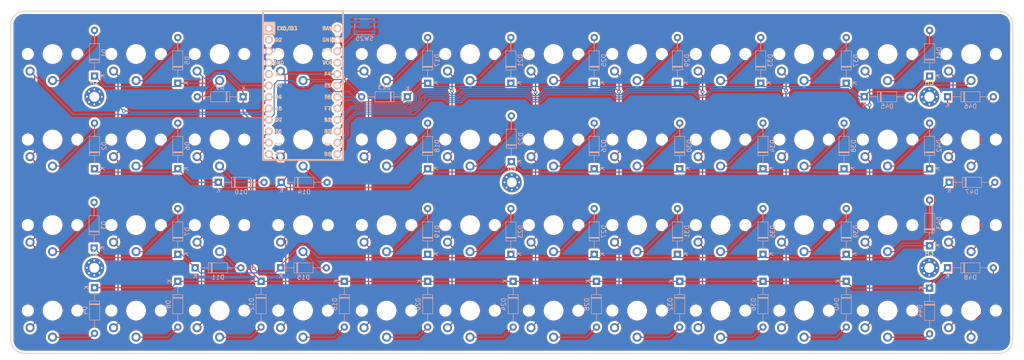
<source format=kicad_pcb>
(kicad_pcb (version 20171130) (host pcbnew 5.1.9)
  (layers (0 F.Cu signal) (31 B.Cu signal) (34 B.Paste user) (35 F.Paste user) (36 B.SilkS user) (37 F.SilkS user) (38 B.Mask user) (39 F.Mask user) (44 Edge.Cuts user))
  (net 0 "")
  (net 1 "Net-(D1-Pad2)")
  (net 2 ROW1)
  (net 3 "Net-(D2-Pad2)")
  (net 4 ROW2)
  (net 5 "Net-(D3-Pad2)")
  (net 6 ROW3)
  (net 7 "Net-(D4-Pad2)")
  (net 8 ROW4)
  (net 9 "Net-(D5-Pad2)")
  (net 10 "Net-(D6-Pad2)")
  (net 11 "Net-(D7-Pad2)")
  (net 12 "Net-(D8-Pad2)")
  (net 13 "Net-(D9-Pad2)")
  (net 14 "Net-(D10-Pad2)")
  (net 15 "Net-(D11-Pad2)")
  (net 16 "Net-(D12-Pad2)")
  (net 17 "Net-(D13-Pad2)")
  (net 18 "Net-(D14-Pad2)")
  (net 19 "Net-(D15-Pad2)")
  (net 20 "Net-(D16-Pad2)")
  (net 21 "Net-(D17-Pad2)")
  (net 22 "Net-(D18-Pad2)")
  (net 23 "Net-(D19-Pad2)")
  (net 24 "Net-(D20-Pad2)")
  (net 25 "Net-(D21-Pad2)")
  (net 26 "Net-(D22-Pad2)")
  (net 27 "Net-(D23-Pad2)")
  (net 28 "Net-(D24-Pad2)")
  (net 29 COL1)
  (net 30 COL2)
  (net 31 COL3)
  (net 32 COL4)
  (net 33 COL5)
  (net 34 COL6)
  (net 35 GND)
  (net 36 "Net-(SW25-Pad1)")
  (net 37 "Net-(D25-Pad2)")
  (net 38 "Net-(D26-Pad2)")
  (net 39 "Net-(D27-Pad2)")
  (net 40 "Net-(D28-Pad2)")
  (net 41 "Net-(D29-Pad2)")
  (net 42 "Net-(D30-Pad2)")
  (net 43 "Net-(D31-Pad2)")
  (net 44 "Net-(D32-Pad2)")
  (net 45 "Net-(D33-Pad2)")
  (net 46 "Net-(D34-Pad2)")
  (net 47 "Net-(D35-Pad2)")
  (net 48 "Net-(D36-Pad2)")
  (net 49 "Net-(D37-Pad2)")
  (net 50 "Net-(D38-Pad2)")
  (net 51 "Net-(D39-Pad2)")
  (net 52 "Net-(D40-Pad2)")
  (net 53 "Net-(D41-Pad2)")
  (net 54 "Net-(D42-Pad2)")
  (net 55 "Net-(D43-Pad2)")
  (net 56 "Net-(D44-Pad2)")
  (net 57 "Net-(D45-Pad2)")
  (net 58 "Net-(D46-Pad2)")
  (net 59 "Net-(D47-Pad2)")
  (net 60 "Net-(D48-Pad2)")
  (net 61 COL7)
  (net 62 COL8)
  (net 63 COL9)
  (net 64 COL10)
  (net 65 COL11)
  (net 66 COL12)
  (module Keebio-Parts:Kailh-PG1350-1u-NoLED (layer F.Cu) (at 53.331 104.202)
    (fp_text reference SW3)
    (fp_text value SW_Push hide)
    (pad "" np_thru_hole circle (at 5.5 0 180) (size 1.7 1.7) (drill 1.7) (layers *.Cu *.Mask))
    (pad "" np_thru_hole circle (at -5.5 0 180) (size 1.7 1.7) (drill 1.7) (layers *.Cu *.Mask))
    (pad 2 thru_hole circle (at -5 3.8 41.9) (size 2 2) (drill 1.2) (layers *.Cu *.Mask) (net 29 COL1))
    (pad 1 thru_hole circle (at 0 5.9 180) (size 2 2) (drill 1.2) (layers *.Cu *.Mask) (net 5 "Net-(D3-Pad2)"))
    (pad "" np_thru_hole circle (at 0 0 180) (size 3.4 3.4) (drill 3.4) (layers *.Cu *.Mask))
  )
  (module MountingHole:MountingHole_2.2mm_M2_Pad_Via (layer F.Cu) (at 248.106 75.702)
    (fp_text reference H5 (at 0 -3.2) (layer F.SilkS))
    (fp_text value MountingHole)
    (pad 1 thru_hole circle (at 1.166726 -1.166726) (size 0.7 0.7) (drill 0.4) (layers *.Cu *.Mask))
    (pad 1 thru_hole circle (at 0 -1.65) (size 0.7 0.7) (drill 0.4) (layers *.Cu *.Mask))
    (pad 1 thru_hole circle (at -1.166726 -1.166726) (size 0.7 0.7) (drill 0.4) (layers *.Cu *.Mask))
    (pad 1 thru_hole circle (at -1.65 0) (size 0.7 0.7) (drill 0.4) (layers *.Cu *.Mask))
    (pad 1 thru_hole circle (at -1.166726 1.166726) (size 0.7 0.7) (drill 0.4) (layers *.Cu *.Mask))
    (pad 1 thru_hole circle (at 0 1.65) (size 0.7 0.7) (drill 0.4) (layers *.Cu *.Mask))
    (pad 1 thru_hole circle (at 1.166726 1.166726) (size 0.7 0.7) (drill 0.4) (layers *.Cu *.Mask))
    (pad 1 thru_hole circle (at 1.65 0) (size 0.7 0.7) (drill 0.4) (layers *.Cu *.Mask))
    (pad 1 thru_hole circle (at 0 0) (size 4.4 4.4) (drill 2.2) (layers *.Cu *.Mask))
  )
  (module MountingHole:MountingHole_2.2mm_M2_Pad_Via (layer F.Cu) (at 155.356 94.702)
    (fp_text reference H4 (at 0 -3.2) (layer F.SilkS))
    (fp_text value MountingHole)
    (pad 1 thru_hole circle (at 0 0) (size 4.4 4.4) (drill 2.2) (layers *.Cu *.Mask))
    (pad 1 thru_hole circle (at 1.65 0) (size 0.7 0.7) (drill 0.4) (layers *.Cu *.Mask))
    (pad 1 thru_hole circle (at 1.166726 1.166726) (size 0.7 0.7) (drill 0.4) (layers *.Cu *.Mask))
    (pad 1 thru_hole circle (at 0 1.65) (size 0.7 0.7) (drill 0.4) (layers *.Cu *.Mask))
    (pad 1 thru_hole circle (at -1.166726 1.166726) (size 0.7 0.7) (drill 0.4) (layers *.Cu *.Mask))
    (pad 1 thru_hole circle (at -1.65 0) (size 0.7 0.7) (drill 0.4) (layers *.Cu *.Mask))
    (pad 1 thru_hole circle (at -1.166726 -1.166726) (size 0.7 0.7) (drill 0.4) (layers *.Cu *.Mask))
    (pad 1 thru_hole circle (at 0 -1.65) (size 0.7 0.7) (drill 0.4) (layers *.Cu *.Mask))
    (pad 1 thru_hole circle (at 1.166726 -1.166726) (size 0.7 0.7) (drill 0.4) (layers *.Cu *.Mask))
  )
  (module MountingHole:MountingHole_2.2mm_M2_Pad_Via (layer F.Cu) (at 248.106 113.702)
    (fp_text reference H3 (at 0 -3.2) (layer F.SilkS))
    (fp_text value MountingHole)
    (pad 1 thru_hole circle (at 1.166726 -1.166726) (size 0.7 0.7) (drill 0.4) (layers *.Cu *.Mask))
    (pad 1 thru_hole circle (at 0 -1.65) (size 0.7 0.7) (drill 0.4) (layers *.Cu *.Mask))
    (pad 1 thru_hole circle (at -1.166726 -1.166726) (size 0.7 0.7) (drill 0.4) (layers *.Cu *.Mask))
    (pad 1 thru_hole circle (at -1.65 0) (size 0.7 0.7) (drill 0.4) (layers *.Cu *.Mask))
    (pad 1 thru_hole circle (at -1.166726 1.166726) (size 0.7 0.7) (drill 0.4) (layers *.Cu *.Mask))
    (pad 1 thru_hole circle (at 0 1.65) (size 0.7 0.7) (drill 0.4) (layers *.Cu *.Mask))
    (pad 1 thru_hole circle (at 1.166726 1.166726) (size 0.7 0.7) (drill 0.4) (layers *.Cu *.Mask))
    (pad 1 thru_hole circle (at 1.65 0) (size 0.7 0.7) (drill 0.4) (layers *.Cu *.Mask))
    (pad 1 thru_hole circle (at 0 0) (size 4.4 4.4) (drill 2.2) (layers *.Cu *.Mask))
  )
  (module MountingHole:MountingHole_2.2mm_M2_Pad_Via (layer F.Cu) (at 62.606 75.702)
    (fp_text reference H2 (at 0 -3.2) (layer F.SilkS))
    (fp_text value MountingHole)
    (pad 1 thru_hole circle (at 1.166726 -1.166726) (size 0.7 0.7) (drill 0.4) (layers *.Cu *.Mask))
    (pad 1 thru_hole circle (at 0 -1.65) (size 0.7 0.7) (drill 0.4) (layers *.Cu *.Mask))
    (pad 1 thru_hole circle (at -1.166726 -1.166726) (size 0.7 0.7) (drill 0.4) (layers *.Cu *.Mask))
    (pad 1 thru_hole circle (at -1.65 0) (size 0.7 0.7) (drill 0.4) (layers *.Cu *.Mask))
    (pad 1 thru_hole circle (at -1.166726 1.166726) (size 0.7 0.7) (drill 0.4) (layers *.Cu *.Mask))
    (pad 1 thru_hole circle (at 0 1.65) (size 0.7 0.7) (drill 0.4) (layers *.Cu *.Mask))
    (pad 1 thru_hole circle (at 1.166726 1.166726) (size 0.7 0.7) (drill 0.4) (layers *.Cu *.Mask))
    (pad 1 thru_hole circle (at 1.65 0) (size 0.7 0.7) (drill 0.4) (layers *.Cu *.Mask))
    (pad 1 thru_hole circle (at 0 0) (size 4.4 4.4) (drill 2.2) (layers *.Cu *.Mask))
  )
  (module MountingHole:MountingHole_2.2mm_M2_Pad_Via (layer F.Cu) (at 62.606 113.702)
    (fp_text reference H1 (at -0.05 -3.3) (layer F.SilkS))
    (fp_text value MountingHole)
    (pad 1 thru_hole circle (at 1.166726 -1.166726) (size 0.7 0.7) (drill 0.4) (layers *.Cu *.Mask))
    (pad 1 thru_hole circle (at 0 -1.65) (size 0.7 0.7) (drill 0.4) (layers *.Cu *.Mask))
    (pad 1 thru_hole circle (at -1.166726 -1.166726) (size 0.7 0.7) (drill 0.4) (layers *.Cu *.Mask))
    (pad 1 thru_hole circle (at -1.65 0) (size 0.7 0.7) (drill 0.4) (layers *.Cu *.Mask))
    (pad 1 thru_hole circle (at -1.166726 1.166726) (size 0.7 0.7) (drill 0.4) (layers *.Cu *.Mask))
    (pad 1 thru_hole circle (at 0 1.65) (size 0.7 0.7) (drill 0.4) (layers *.Cu *.Mask))
    (pad 1 thru_hole circle (at 1.166726 1.166726) (size 0.7 0.7) (drill 0.4) (layers *.Cu *.Mask))
    (pad 1 thru_hole circle (at 1.65 0) (size 0.7 0.7) (drill 0.4) (layers *.Cu *.Mask))
    (pad 1 thru_hole circle (at 0 0) (size 4.4 4.4) (drill 2.2) (layers *.Cu *.Mask))
  )
  (module Keebio-Parts:Kailh-PG1350-1u-NoLED (layer F.Cu) (at 53.331 85.202)
    (fp_text reference SW2)
    (fp_text value SW_Push hide)
    (pad "" np_thru_hole circle (at 5.5 0 180) (size 1.7 1.7) (drill 1.7) (layers *.Cu *.Mask))
    (pad "" np_thru_hole circle (at -5.5 0 180) (size 1.7 1.7) (drill 1.7) (layers *.Cu *.Mask))
    (pad 2 thru_hole circle (at -5 3.8 41.9) (size 2 2) (drill 1.2) (layers *.Cu *.Mask) (net 29 COL1))
    (pad 1 thru_hole circle (at 0 5.9 180) (size 2 2) (drill 1.2) (layers *.Cu *.Mask) (net 3 "Net-(D2-Pad2)"))
    (pad "" np_thru_hole circle (at 0 0 180) (size 3.4 3.4) (drill 3.4) (layers *.Cu *.Mask))
  )
  (module Diode_THT:D_DO-35_SOD27_P10.16mm_Horizontal (layer B.Cu) (at 252.156 113.702)
    (fp_text reference D48 (at 5.08 2.12) (layer B.SilkS) (effects (justify mirror)))
    (fp_text value D)
    (fp_text user K (at 0 1.8) (layer B.SilkS) (effects (justify mirror)))
    (pad 2 thru_hole oval (at 10.16 0) (size 1.6 1.6) (drill 0.8) (layers *.Cu *.Mask) (net 60 "Net-(D48-Pad2)"))
    (pad 1 thru_hole rect (at 0 0) (size 1.6 1.6) (drill 0.8) (layers *.Cu *.Mask) (net 8 ROW4))
  )
  (module Diode_THT:D_DO-35_SOD27_P10.16mm_Horizontal (layer B.Cu) (at 252.496 94.702)
    (fp_text reference D47 (at 5.08 2.12) (layer B.SilkS) (effects (justify mirror)))
    (fp_text value D)
    (fp_text user K (at 0 1.8) (layer B.SilkS) (effects (justify mirror)))
    (pad 2 thru_hole oval (at 10.16 0) (size 1.6 1.6) (drill 0.8) (layers *.Cu *.Mask) (net 59 "Net-(D47-Pad2)"))
    (pad 1 thru_hole rect (at 0 0) (size 1.6 1.6) (drill 0.8) (layers *.Cu *.Mask) (net 6 ROW3))
  )
  (module Diode_THT:D_DO-35_SOD27_P10.16mm_Horizontal (layer B.Cu) (at 252.156 75.702)
    (fp_text reference D46 (at 5.08 2.12) (layer B.SilkS) (effects (justify mirror)))
    (fp_text value D)
    (fp_text user K (at 0 1.8) (layer B.SilkS) (effects (justify mirror)))
    (pad 2 thru_hole oval (at 10.16 0) (size 1.6 1.6) (drill 0.8) (layers *.Cu *.Mask) (net 58 "Net-(D46-Pad2)"))
    (pad 1 thru_hole rect (at 0 0) (size 1.6 1.6) (drill 0.8) (layers *.Cu *.Mask) (net 4 ROW2))
  )
  (module Diode_THT:D_DO-35_SOD27_P10.16mm_Horizontal (layer B.Cu) (at 233.656 75.702)
    (fp_text reference D45 (at 5.08 2.12) (layer B.SilkS) (effects (justify mirror)))
    (fp_text value D)
    (fp_text user K (at 0 1.8) (layer B.SilkS) (effects (justify mirror)))
    (pad 2 thru_hole oval (at 10.16 0) (size 1.6 1.6) (drill 0.8) (layers *.Cu *.Mask) (net 57 "Net-(D45-Pad2)"))
    (pad 1 thru_hole rect (at 0 0) (size 1.6 1.6) (drill 0.8) (layers *.Cu *.Mask) (net 2 ROW1))
  )
  (module Diode_THT:D_DO-35_SOD27_P10.16mm_Horizontal (layer B.Cu) (at 248.156 118.202 270)
    (fp_text reference D44 (at 5.08 2.12 90) (layer B.SilkS) (effects (justify mirror)))
    (fp_text value D)
    (fp_text user K (at 0 1.8 90) (layer B.SilkS) (effects (justify mirror)))
    (pad 2 thru_hole oval (at 10.16 0 270) (size 1.6 1.6) (drill 0.8) (layers *.Cu *.Mask) (net 56 "Net-(D44-Pad2)"))
    (pad 1 thru_hole rect (at 0 0 270) (size 1.6 1.6) (drill 0.8) (layers *.Cu *.Mask) (net 8 ROW4))
  )
  (module Diode_THT:D_DO-35_SOD27_P10.16mm_Horizontal (layer B.Cu) (at 248.156 108.802 90)
    (fp_text reference D43 (at 5.08 2.12 90) (layer B.SilkS) (effects (justify mirror)))
    (fp_text value D)
    (fp_text user K (at 0 1.8 90) (layer B.SilkS) (effects (justify mirror)))
    (pad 2 thru_hole oval (at 10.16 0 90) (size 1.6 1.6) (drill 0.8) (layers *.Cu *.Mask) (net 55 "Net-(D43-Pad2)"))
    (pad 1 thru_hole rect (at 0 0 90) (size 1.6 1.6) (drill 0.8) (layers *.Cu *.Mask) (net 6 ROW3))
  )
  (module Diode_THT:D_DO-35_SOD27_P10.16mm_Horizontal (layer B.Cu) (at 248.156 91.702 90)
    (fp_text reference D42 (at 5.08 2.12 90) (layer B.SilkS) (effects (justify mirror)))
    (fp_text value D)
    (fp_text user K (at 0 1.8 90) (layer B.SilkS) (effects (justify mirror)))
    (pad 2 thru_hole oval (at 10.16 0 90) (size 1.6 1.6) (drill 0.8) (layers *.Cu *.Mask) (net 54 "Net-(D42-Pad2)"))
    (pad 1 thru_hole rect (at 0 0 90) (size 1.6 1.6) (drill 0.8) (layers *.Cu *.Mask) (net 4 ROW2))
  )
  (module Diode_THT:D_DO-35_SOD27_P10.16mm_Horizontal (layer B.Cu) (at 248.156 71.102 90)
    (fp_text reference D41 (at 5.08 2.12 90) (layer B.SilkS) (effects (justify mirror)))
    (fp_text value D)
    (fp_text user K (at 0 1.8 90) (layer B.SilkS) (effects (justify mirror)))
    (pad 2 thru_hole oval (at 10.16 0 90) (size 1.6 1.6) (drill 0.8) (layers *.Cu *.Mask) (net 53 "Net-(D41-Pad2)"))
    (pad 1 thru_hole rect (at 0 0 90) (size 1.6 1.6) (drill 0.8) (layers *.Cu *.Mask) (net 2 ROW1))
  )
  (module Diode_THT:D_DO-35_SOD27_P10.16mm_Horizontal (layer B.Cu) (at 229.656 116.702 270)
    (fp_text reference D40 (at 5.08 2.12 90) (layer B.SilkS) (effects (justify mirror)))
    (fp_text value D)
    (fp_text user K (at 0 1.8 90) (layer B.SilkS) (effects (justify mirror)))
    (pad 2 thru_hole oval (at 10.16 0 270) (size 1.6 1.6) (drill 0.8) (layers *.Cu *.Mask) (net 52 "Net-(D40-Pad2)"))
    (pad 1 thru_hole rect (at 0 0 270) (size 1.6 1.6) (drill 0.8) (layers *.Cu *.Mask) (net 8 ROW4))
  )
  (module Diode_THT:D_DO-35_SOD27_P10.16mm_Horizontal (layer B.Cu) (at 229.656 110.702 90)
    (fp_text reference D39 (at 5.08 2.12 90) (layer B.SilkS) (effects (justify mirror)))
    (fp_text value D)
    (fp_text user K (at 0 1.8 90) (layer B.SilkS) (effects (justify mirror)))
    (pad 2 thru_hole oval (at 10.16 0 90) (size 1.6 1.6) (drill 0.8) (layers *.Cu *.Mask) (net 51 "Net-(D39-Pad2)"))
    (pad 1 thru_hole rect (at 0 0 90) (size 1.6 1.6) (drill 0.8) (layers *.Cu *.Mask) (net 6 ROW3))
  )
  (module Diode_THT:D_DO-35_SOD27_P10.16mm_Horizontal (layer B.Cu) (at 229.156 91.702 90)
    (fp_text reference D38 (at 5.08 2.12 90) (layer B.SilkS) (effects (justify mirror)))
    (fp_text value D)
    (fp_text user K (at 0 1.8 90) (layer B.SilkS) (effects (justify mirror)))
    (pad 2 thru_hole oval (at 10.16 0 90) (size 1.6 1.6) (drill 0.8) (layers *.Cu *.Mask) (net 50 "Net-(D38-Pad2)"))
    (pad 1 thru_hole rect (at 0 0 90) (size 1.6 1.6) (drill 0.8) (layers *.Cu *.Mask) (net 4 ROW2))
  )
  (module Diode_THT:D_DO-35_SOD27_P10.16mm_Horizontal (layer B.Cu) (at 229.656 72.702 90)
    (fp_text reference D37 (at 5.08 2.12 90) (layer B.SilkS) (effects (justify mirror)))
    (fp_text value D)
    (fp_text user K (at 0 1.8 90) (layer B.SilkS) (effects (justify mirror)))
    (pad 2 thru_hole oval (at 10.16 0 90) (size 1.6 1.6) (drill 0.8) (layers *.Cu *.Mask) (net 49 "Net-(D37-Pad2)"))
    (pad 1 thru_hole rect (at 0 0 90) (size 1.6 1.6) (drill 0.8) (layers *.Cu *.Mask) (net 2 ROW1))
  )
  (module Diode_THT:D_DO-35_SOD27_P10.16mm_Horizontal (layer B.Cu) (at 211.156 116.702 270)
    (fp_text reference D36 (at 5.08 2.12 90) (layer B.SilkS) (effects (justify mirror)))
    (fp_text value D)
    (fp_text user K (at 0 1.8 90) (layer B.SilkS) (effects (justify mirror)))
    (pad 2 thru_hole oval (at 10.16 0 270) (size 1.6 1.6) (drill 0.8) (layers *.Cu *.Mask) (net 48 "Net-(D36-Pad2)"))
    (pad 1 thru_hole rect (at 0 0 270) (size 1.6 1.6) (drill 0.8) (layers *.Cu *.Mask) (net 8 ROW4))
  )
  (module Diode_THT:D_DO-35_SOD27_P10.16mm_Horizontal (layer B.Cu) (at 211.156 110.702 90)
    (fp_text reference D35 (at 5.08 2.12 90) (layer B.SilkS) (effects (justify mirror)))
    (fp_text value D)
    (fp_text user K (at 0 1.8 90) (layer B.SilkS) (effects (justify mirror)))
    (pad 2 thru_hole oval (at 10.16 0 90) (size 1.6 1.6) (drill 0.8) (layers *.Cu *.Mask) (net 47 "Net-(D35-Pad2)"))
    (pad 1 thru_hole rect (at 0 0 90) (size 1.6 1.6) (drill 0.8) (layers *.Cu *.Mask) (net 6 ROW3))
  )
  (module Diode_THT:D_DO-35_SOD27_P10.16mm_Horizontal (layer B.Cu) (at 211.156 91.702 90)
    (fp_text reference D34 (at 5.08 2.12 90) (layer B.SilkS) (effects (justify mirror)))
    (fp_text value D)
    (fp_text user K (at 0 1.8 90) (layer B.SilkS) (effects (justify mirror)))
    (pad 2 thru_hole oval (at 10.16 0 90) (size 1.6 1.6) (drill 0.8) (layers *.Cu *.Mask) (net 46 "Net-(D34-Pad2)"))
    (pad 1 thru_hole rect (at 0 0 90) (size 1.6 1.6) (drill 0.8) (layers *.Cu *.Mask) (net 4 ROW2))
  )
  (module Diode_THT:D_DO-35_SOD27_P10.16mm_Horizontal (layer B.Cu) (at 210.656 72.702 90)
    (fp_text reference D33 (at 5.08 2.12 90) (layer B.SilkS) (effects (justify mirror)))
    (fp_text value D)
    (fp_text user K (at 0 1.8 90) (layer B.SilkS) (effects (justify mirror)))
    (pad 2 thru_hole oval (at 10.16 0 90) (size 1.6 1.6) (drill 0.8) (layers *.Cu *.Mask) (net 45 "Net-(D33-Pad2)"))
    (pad 1 thru_hole rect (at 0 0 90) (size 1.6 1.6) (drill 0.8) (layers *.Cu *.Mask) (net 2 ROW1))
  )
  (module Diode_THT:D_DO-35_SOD27_P10.16mm_Horizontal (layer B.Cu) (at 192.656 116.702 270)
    (fp_text reference D32 (at 5.08 2.12 90) (layer B.SilkS) (effects (justify mirror)))
    (fp_text value D)
    (fp_text user K (at 0 1.8 90) (layer B.SilkS) (effects (justify mirror)))
    (pad 2 thru_hole oval (at 10.16 0 270) (size 1.6 1.6) (drill 0.8) (layers *.Cu *.Mask) (net 44 "Net-(D32-Pad2)"))
    (pad 1 thru_hole rect (at 0 0 270) (size 1.6 1.6) (drill 0.8) (layers *.Cu *.Mask) (net 8 ROW4))
  )
  (module Diode_THT:D_DO-35_SOD27_P10.16mm_Horizontal (layer B.Cu) (at 192.156 110.702 90)
    (fp_text reference D31 (at 5.08 2.12 90) (layer B.SilkS) (effects (justify mirror)))
    (fp_text value D)
    (fp_text user K (at 0 1.8 90) (layer B.SilkS) (effects (justify mirror)))
    (pad 2 thru_hole oval (at 10.16 0 90) (size 1.6 1.6) (drill 0.8) (layers *.Cu *.Mask) (net 43 "Net-(D31-Pad2)"))
    (pad 1 thru_hole rect (at 0 0 90) (size 1.6 1.6) (drill 0.8) (layers *.Cu *.Mask) (net 6 ROW3))
  )
  (module Diode_THT:D_DO-35_SOD27_P10.16mm_Horizontal (layer B.Cu) (at 192.656 91.702 90)
    (fp_text reference D30 (at 5.08 2.12 90) (layer B.SilkS) (effects (justify mirror)))
    (fp_text value D)
    (fp_text user K (at 0 1.8 90) (layer B.SilkS) (effects (justify mirror)))
    (pad 2 thru_hole oval (at 10.16 0 90) (size 1.6 1.6) (drill 0.8) (layers *.Cu *.Mask) (net 42 "Net-(D30-Pad2)"))
    (pad 1 thru_hole rect (at 0 0 90) (size 1.6 1.6) (drill 0.8) (layers *.Cu *.Mask) (net 4 ROW2))
  )
  (module Diode_THT:D_DO-35_SOD27_P10.16mm_Horizontal (layer B.Cu) (at 192.156 72.702 90)
    (fp_text reference D29 (at 5.08 2.12 90) (layer B.SilkS) (effects (justify mirror)))
    (fp_text value D)
    (fp_text user K (at 0 1.8 90) (layer B.SilkS) (effects (justify mirror)))
    (pad 2 thru_hole oval (at 10.16 0 90) (size 1.6 1.6) (drill 0.8) (layers *.Cu *.Mask) (net 41 "Net-(D29-Pad2)"))
    (pad 1 thru_hole rect (at 0 0 90) (size 1.6 1.6) (drill 0.8) (layers *.Cu *.Mask) (net 2 ROW1))
  )
  (module Diode_THT:D_DO-35_SOD27_P10.16mm_Horizontal (layer B.Cu) (at 174.156 116.702 270)
    (fp_text reference D28 (at 5.08 2.12 90) (layer B.SilkS) (effects (justify mirror)))
    (fp_text value D)
    (fp_text user K (at 0 1.8 90) (layer B.SilkS) (effects (justify mirror)))
    (pad 2 thru_hole oval (at 10.16 0 270) (size 1.6 1.6) (drill 0.8) (layers *.Cu *.Mask) (net 40 "Net-(D28-Pad2)"))
    (pad 1 thru_hole rect (at 0 0 270) (size 1.6 1.6) (drill 0.8) (layers *.Cu *.Mask) (net 8 ROW4))
  )
  (module Diode_THT:D_DO-35_SOD27_P10.16mm_Horizontal (layer B.Cu) (at 173.656 110.702 90)
    (fp_text reference D27 (at 5.08 2.12 90) (layer B.SilkS) (effects (justify mirror)))
    (fp_text value D)
    (fp_text user K (at 0 1.8 90) (layer B.SilkS) (effects (justify mirror)))
    (pad 2 thru_hole oval (at 10.16 0 90) (size 1.6 1.6) (drill 0.8) (layers *.Cu *.Mask) (net 39 "Net-(D27-Pad2)"))
    (pad 1 thru_hole rect (at 0 0 90) (size 1.6 1.6) (drill 0.8) (layers *.Cu *.Mask) (net 6 ROW3))
  )
  (module Diode_THT:D_DO-35_SOD27_P10.16mm_Horizontal (layer B.Cu) (at 173.656 91.702 90)
    (fp_text reference D26 (at 5.08 2.12 90) (layer B.SilkS) (effects (justify mirror)))
    (fp_text value D)
    (fp_text user K (at 0 1.8 90) (layer B.SilkS) (effects (justify mirror)))
    (pad 2 thru_hole oval (at 10.16 0 90) (size 1.6 1.6) (drill 0.8) (layers *.Cu *.Mask) (net 38 "Net-(D26-Pad2)"))
    (pad 1 thru_hole rect (at 0 0 90) (size 1.6 1.6) (drill 0.8) (layers *.Cu *.Mask) (net 4 ROW2))
  )
  (module Diode_THT:D_DO-35_SOD27_P10.16mm_Horizontal (layer B.Cu) (at 173.656 72.702 90)
    (fp_text reference D25 (at 5.08 2.12 90) (layer B.SilkS) (effects (justify mirror)))
    (fp_text value D)
    (fp_text user K (at 0 1.8 90) (layer B.SilkS) (effects (justify mirror)))
    (pad 2 thru_hole oval (at 10.16 0 90) (size 1.6 1.6) (drill 0.8) (layers *.Cu *.Mask) (net 37 "Net-(D25-Pad2)"))
    (pad 1 thru_hole rect (at 0 0 90) (size 1.6 1.6) (drill 0.8) (layers *.Cu *.Mask) (net 2 ROW1))
  )
  (module Diode_THT:D_DO-35_SOD27_P10.16mm_Horizontal (layer B.Cu) (at 155.656 116.702 270)
    (fp_text reference D24 (at 5.08 2.12 90) (layer B.SilkS) (effects (justify mirror)))
    (fp_text value D)
    (fp_text user K (at 0 1.8 90) (layer B.SilkS) (effects (justify mirror)))
    (pad 2 thru_hole oval (at 10.16 0 270) (size 1.6 1.6) (drill 0.8) (layers *.Cu *.Mask) (net 28 "Net-(D24-Pad2)"))
    (pad 1 thru_hole rect (at 0 0 270) (size 1.6 1.6) (drill 0.8) (layers *.Cu *.Mask) (net 8 ROW4))
  )
  (module Diode_THT:D_DO-35_SOD27_P10.16mm_Horizontal (layer B.Cu) (at 155.156 110.702 90)
    (fp_text reference D23 (at 5.08 2.12 90) (layer B.SilkS) (effects (justify mirror)))
    (fp_text value D)
    (fp_text user K (at 0 1.8 90) (layer B.SilkS) (effects (justify mirror)))
    (pad 2 thru_hole oval (at 10.16 0 90) (size 1.6 1.6) (drill 0.8) (layers *.Cu *.Mask) (net 27 "Net-(D23-Pad2)"))
    (pad 1 thru_hole rect (at 0 0 90) (size 1.6 1.6) (drill 0.8) (layers *.Cu *.Mask) (net 6 ROW3))
  )
  (module Diode_THT:D_DO-35_SOD27_P10.16mm_Horizontal (layer B.Cu) (at 155.256 90.102 90)
    (fp_text reference D22 (at 5.08 2.12 90) (layer B.SilkS) (effects (justify mirror)))
    (fp_text value D)
    (fp_text user K (at 0 1.8 90) (layer B.SilkS) (effects (justify mirror)))
    (pad 2 thru_hole oval (at 10.16 0 90) (size 1.6 1.6) (drill 0.8) (layers *.Cu *.Mask) (net 26 "Net-(D22-Pad2)"))
    (pad 1 thru_hole rect (at 0 0 90) (size 1.6 1.6) (drill 0.8) (layers *.Cu *.Mask) (net 4 ROW2))
  )
  (module Diode_THT:D_DO-35_SOD27_P10.16mm_Horizontal (layer B.Cu) (at 155.156 72.702 90)
    (fp_text reference D21 (at 5.08 2.12 90) (layer B.SilkS) (effects (justify mirror)))
    (fp_text value D)
    (fp_text user K (at 0 1.8 90) (layer B.SilkS) (effects (justify mirror)))
    (pad 2 thru_hole oval (at 10.16 0 90) (size 1.6 1.6) (drill 0.8) (layers *.Cu *.Mask) (net 25 "Net-(D21-Pad2)"))
    (pad 1 thru_hole rect (at 0 0 90) (size 1.6 1.6) (drill 0.8) (layers *.Cu *.Mask) (net 2 ROW1))
  )
  (module Diode_THT:D_DO-35_SOD27_P10.16mm_Horizontal (layer B.Cu) (at 136.656 116.702 270)
    (fp_text reference D20 (at 5.08 2.12 90) (layer B.SilkS) (effects (justify mirror)))
    (fp_text value D)
    (fp_text user K (at 0 1.8 90) (layer B.SilkS) (effects (justify mirror)))
    (pad 2 thru_hole oval (at 10.16 0 270) (size 1.6 1.6) (drill 0.8) (layers *.Cu *.Mask) (net 24 "Net-(D20-Pad2)"))
    (pad 1 thru_hole rect (at 0 0 270) (size 1.6 1.6) (drill 0.8) (layers *.Cu *.Mask) (net 8 ROW4))
  )
  (module Diode_THT:D_DO-35_SOD27_P10.16mm_Horizontal (layer B.Cu) (at 136.656 110.702 90)
    (fp_text reference D19 (at 5.08 2.12 90) (layer B.SilkS) (effects (justify mirror)))
    (fp_text value D)
    (fp_text user K (at 0 1.8 90) (layer B.SilkS) (effects (justify mirror)))
    (pad 2 thru_hole oval (at 10.16 0 90) (size 1.6 1.6) (drill 0.8) (layers *.Cu *.Mask) (net 23 "Net-(D19-Pad2)"))
    (pad 1 thru_hole rect (at 0 0 90) (size 1.6 1.6) (drill 0.8) (layers *.Cu *.Mask) (net 6 ROW3))
  )
  (module Diode_THT:D_DO-35_SOD27_P10.16mm_Horizontal (layer B.Cu) (at 136.656 91.702 90)
    (fp_text reference D18 (at 5.08 2.12 90) (layer B.SilkS) (effects (justify mirror)))
    (fp_text value D)
    (fp_text user K (at 0 1.8 90) (layer B.SilkS) (effects (justify mirror)))
    (pad 2 thru_hole oval (at 10.16 0 90) (size 1.6 1.6) (drill 0.8) (layers *.Cu *.Mask) (net 22 "Net-(D18-Pad2)"))
    (pad 1 thru_hole rect (at 0 0 90) (size 1.6 1.6) (drill 0.8) (layers *.Cu *.Mask) (net 4 ROW2))
  )
  (module Diode_THT:D_DO-35_SOD27_P10.16mm_Horizontal (layer B.Cu) (at 136.656 72.702 90)
    (fp_text reference D17 (at 5.08 2.12 90) (layer B.SilkS) (effects (justify mirror)))
    (fp_text value D)
    (fp_text user K (at 0 1.8 90) (layer B.SilkS) (effects (justify mirror)))
    (pad 2 thru_hole oval (at 10.16 0 90) (size 1.6 1.6) (drill 0.8) (layers *.Cu *.Mask) (net 21 "Net-(D17-Pad2)"))
    (pad 1 thru_hole rect (at 0 0 90) (size 1.6 1.6) (drill 0.8) (layers *.Cu *.Mask) (net 2 ROW1))
  )
  (module Diode_THT:D_DO-35_SOD27_P10.16mm_Horizontal (layer B.Cu) (at 118.156 116.702 270)
    (fp_text reference D16 (at 5.08 2.12 90) (layer B.SilkS) (effects (justify mirror)))
    (fp_text value D)
    (fp_text user K (at 0 1.8 90) (layer B.SilkS) (effects (justify mirror)))
    (pad 2 thru_hole oval (at 10.16 0 270) (size 1.6 1.6) (drill 0.8) (layers *.Cu *.Mask) (net 20 "Net-(D16-Pad2)"))
    (pad 1 thru_hole rect (at 0 0 270) (size 1.6 1.6) (drill 0.8) (layers *.Cu *.Mask) (net 8 ROW4))
  )
  (module Diode_THT:D_DO-35_SOD27_P10.16mm_Horizontal (layer B.Cu) (at 103.996 113.702)
    (fp_text reference D15 (at 5.08 2.12) (layer B.SilkS) (effects (justify mirror)))
    (fp_text value D)
    (fp_text user K (at 0 1.8) (layer B.SilkS) (effects (justify mirror)))
    (pad 2 thru_hole oval (at 10.16 0) (size 1.6 1.6) (drill 0.8) (layers *.Cu *.Mask) (net 19 "Net-(D15-Pad2)"))
    (pad 1 thru_hole rect (at 0 0) (size 1.6 1.6) (drill 0.8) (layers *.Cu *.Mask) (net 6 ROW3))
  )
  (module Diode_THT:D_DO-35_SOD27_P10.16mm_Horizontal (layer B.Cu) (at 104.156 94.702)
    (fp_text reference D14 (at 5.08 2.12) (layer B.SilkS) (effects (justify mirror)))
    (fp_text value D)
    (fp_text user K (at 0 1.8) (layer B.SilkS) (effects (justify mirror)))
    (pad 2 thru_hole oval (at 10.16 0) (size 1.6 1.6) (drill 0.8) (layers *.Cu *.Mask) (net 18 "Net-(D14-Pad2)"))
    (pad 1 thru_hole rect (at 0 0) (size 1.6 1.6) (drill 0.8) (layers *.Cu *.Mask) (net 4 ROW2))
  )
  (module Diode_THT:D_DO-35_SOD27_P10.16mm_Horizontal (layer B.Cu) (at 132.156 75.702 180)
    (fp_text reference D13 (at 5.08 2.12) (layer B.SilkS) (effects (justify mirror)))
    (fp_text value D)
    (fp_text user K (at 0 1.8) (layer B.SilkS) (effects (justify mirror)))
    (pad 2 thru_hole oval (at 10.16 0 180) (size 1.6 1.6) (drill 0.8) (layers *.Cu *.Mask) (net 17 "Net-(D13-Pad2)"))
    (pad 1 thru_hole rect (at 0 0 180) (size 1.6 1.6) (drill 0.8) (layers *.Cu *.Mask) (net 2 ROW1))
  )
  (module Diode_THT:D_DO-35_SOD27_P10.16mm_Horizontal (layer B.Cu) (at 99.656 116.702 270)
    (fp_text reference D12 (at 5.08 2.12 90) (layer B.SilkS) (effects (justify mirror)))
    (fp_text value D)
    (fp_text user K (at 0 1.8 90) (layer B.SilkS) (effects (justify mirror)))
    (pad 2 thru_hole oval (at 10.16 0 270) (size 1.6 1.6) (drill 0.8) (layers *.Cu *.Mask) (net 16 "Net-(D12-Pad2)"))
    (pad 1 thru_hole rect (at 0 0 270) (size 1.6 1.6) (drill 0.8) (layers *.Cu *.Mask) (net 8 ROW4))
  )
  (module Diode_THT:D_DO-35_SOD27_P10.16mm_Horizontal (layer B.Cu) (at 84.996 113.702)
    (fp_text reference D11 (at 5.08 2.12) (layer B.SilkS) (effects (justify mirror)))
    (fp_text value D)
    (fp_text user K (at 0 1.8) (layer B.SilkS) (effects (justify mirror)))
    (pad 2 thru_hole oval (at 10.16 0) (size 1.6 1.6) (drill 0.8) (layers *.Cu *.Mask) (net 15 "Net-(D11-Pad2)"))
    (pad 1 thru_hole rect (at 0 0) (size 1.6 1.6) (drill 0.8) (layers *.Cu *.Mask) (net 6 ROW3))
  )
  (module Diode_THT:D_DO-35_SOD27_P10.16mm_Horizontal (layer B.Cu) (at 90.156 94.702)
    (fp_text reference D10 (at 5.08 2.12) (layer B.SilkS) (effects (justify mirror)))
    (fp_text value D)
    (fp_text user K (at 0 1.8) (layer B.SilkS) (effects (justify mirror)))
    (pad 2 thru_hole oval (at 10.16 0) (size 1.6 1.6) (drill 0.8) (layers *.Cu *.Mask) (net 14 "Net-(D10-Pad2)"))
    (pad 1 thru_hole rect (at 0 0) (size 1.6 1.6) (drill 0.8) (layers *.Cu *.Mask) (net 4 ROW2))
  )
  (module Diode_THT:D_DO-35_SOD27_P10.16mm_Horizontal (layer B.Cu) (at 95.656 75.702 180)
    (fp_text reference D9 (at 5.08 2.12) (layer B.SilkS) (effects (justify mirror)))
    (fp_text value D)
    (fp_text user K (at 0 1.8) (layer B.SilkS) (effects (justify mirror)))
    (pad 2 thru_hole oval (at 10.16 0 180) (size 1.6 1.6) (drill 0.8) (layers *.Cu *.Mask) (net 13 "Net-(D9-Pad2)"))
    (pad 1 thru_hole rect (at 0 0 180) (size 1.6 1.6) (drill 0.8) (layers *.Cu *.Mask) (net 2 ROW1))
  )
  (module Diode_THT:D_DO-35_SOD27_P10.16mm_Horizontal (layer B.Cu) (at 81.156 116.702 270)
    (fp_text reference D8 (at 5.08 2.12 90) (layer B.SilkS) (effects (justify mirror)))
    (fp_text value D)
    (fp_text user K (at 0 1.8 90) (layer B.SilkS) (effects (justify mirror)))
    (pad 2 thru_hole oval (at 10.16 0 270) (size 1.6 1.6) (drill 0.8) (layers *.Cu *.Mask) (net 12 "Net-(D8-Pad2)"))
    (pad 1 thru_hole rect (at 0 0 270) (size 1.6 1.6) (drill 0.8) (layers *.Cu *.Mask) (net 8 ROW4))
  )
  (module Diode_THT:D_DO-35_SOD27_P10.16mm_Horizontal (layer B.Cu) (at 81.156 110.702 90)
    (fp_text reference D7 (at 5.08 2.12 90) (layer B.SilkS) (effects (justify mirror)))
    (fp_text value D)
    (fp_text user K (at 0 1.8 90) (layer B.SilkS) (effects (justify mirror)))
    (pad 2 thru_hole oval (at 10.16 0 90) (size 1.6 1.6) (drill 0.8) (layers *.Cu *.Mask) (net 11 "Net-(D7-Pad2)"))
    (pad 1 thru_hole rect (at 0 0 90) (size 1.6 1.6) (drill 0.8) (layers *.Cu *.Mask) (net 6 ROW3))
  )
  (module Diode_THT:D_DO-35_SOD27_P10.16mm_Horizontal (layer B.Cu) (at 81.156 91.702 90)
    (fp_text reference D6 (at 5.08 2.12 90) (layer B.SilkS) (effects (justify mirror)))
    (fp_text value D)
    (fp_text user K (at 0 1.8 90) (layer B.SilkS) (effects (justify mirror)))
    (pad 2 thru_hole oval (at 10.16 0 90) (size 1.6 1.6) (drill 0.8) (layers *.Cu *.Mask) (net 10 "Net-(D6-Pad2)"))
    (pad 1 thru_hole rect (at 0 0 90) (size 1.6 1.6) (drill 0.8) (layers *.Cu *.Mask) (net 4 ROW2))
  )
  (module Diode_THT:D_DO-35_SOD27_P10.16mm_Horizontal (layer B.Cu) (at 81.156 72.702 90)
    (fp_text reference D5 (at 5.08 2.12 90) (layer B.SilkS) (effects (justify mirror)))
    (fp_text value D)
    (fp_text user K (at 0 1.8 90) (layer B.SilkS) (effects (justify mirror)))
    (pad 2 thru_hole oval (at 10.16 0 90) (size 1.6 1.6) (drill 0.8) (layers *.Cu *.Mask) (net 9 "Net-(D5-Pad2)"))
    (pad 1 thru_hole rect (at 0 0 90) (size 1.6 1.6) (drill 0.8) (layers *.Cu *.Mask) (net 2 ROW1))
  )
  (module Diode_THT:D_DO-35_SOD27_P10.16mm_Horizontal (layer B.Cu) (at 62.656 118.102 270)
    (fp_text reference D4 (at 5.08 2.12 90) (layer B.SilkS) (effects (justify mirror)))
    (fp_text value D)
    (fp_text user K (at 0 1.8 90) (layer B.SilkS) (effects (justify mirror)))
    (pad 2 thru_hole oval (at 10.16 0 270) (size 1.6 1.6) (drill 0.8) (layers *.Cu *.Mask) (net 7 "Net-(D4-Pad2)"))
    (pad 1 thru_hole rect (at 0 0 270) (size 1.6 1.6) (drill 0.8) (layers *.Cu *.Mask) (net 8 ROW4))
  )
  (module Diode_THT:D_DO-35_SOD27_P10.16mm_Horizontal (layer B.Cu) (at 62.556 109.302 90)
    (fp_text reference D3 (at 5.08 2.12 90) (layer B.SilkS) (effects (justify mirror)))
    (fp_text value D)
    (fp_text user K (at 0 1.8 90) (layer B.SilkS) (effects (justify mirror)))
    (pad 2 thru_hole oval (at 10.16 0 90) (size 1.6 1.6) (drill 0.8) (layers *.Cu *.Mask) (net 5 "Net-(D3-Pad2)"))
    (pad 1 thru_hole rect (at 0 0 90) (size 1.6 1.6) (drill 0.8) (layers *.Cu *.Mask) (net 6 ROW3))
  )
  (module Diode_THT:D_DO-35_SOD27_P10.16mm_Horizontal (layer B.Cu) (at 62.656 91.702 90)
    (fp_text reference D2 (at 5.08 2.12 90) (layer B.SilkS) (effects (justify mirror)))
    (fp_text value D)
    (fp_text user K (at 0 1.8 90) (layer B.SilkS) (effects (justify mirror)))
    (pad 2 thru_hole oval (at 10.16 0 90) (size 1.6 1.6) (drill 0.8) (layers *.Cu *.Mask) (net 3 "Net-(D2-Pad2)"))
    (pad 1 thru_hole rect (at 0 0 90) (size 1.6 1.6) (drill 0.8) (layers *.Cu *.Mask) (net 4 ROW2))
  )
  (module Diode_THT:D_DO-35_SOD27_P10.16mm_Horizontal (layer B.Cu) (at 62.656 71.102 90)
    (fp_text reference D1 (at 5.08 2.12 90) (layer B.SilkS) (effects (justify mirror)))
    (fp_text value D)
    (fp_text user K (at 0 1.8 90) (layer B.SilkS) (effects (justify mirror)))
    (pad 2 thru_hole oval (at 10.16 0 90) (size 1.6 1.6) (drill 0.8) (layers *.Cu *.Mask) (net 1 "Net-(D1-Pad2)"))
    (pad 1 thru_hole rect (at 0 0 90) (size 1.6 1.6) (drill 0.8) (layers *.Cu *.Mask) (net 2 ROW1))
  )
  (module Keebio-Parts:Kailh-PG1350-1u-NoLED (layer F.Cu) (at 90.431 66.202)
    (fp_text reference SW9)
    (fp_text value SW_Push hide)
    (pad "" np_thru_hole circle (at 5.5 0 180) (size 1.7 1.7) (drill 1.7) (layers *.Cu *.Mask))
    (pad "" np_thru_hole circle (at -5.5 0 180) (size 1.7 1.7) (drill 1.7) (layers *.Cu *.Mask))
    (pad 2 thru_hole circle (at -5 3.8 41.9) (size 2 2) (drill 1.2) (layers *.Cu *.Mask) (net 31 COL3))
    (pad 1 thru_hole circle (at 0 5.9 180) (size 2 2) (drill 1.2) (layers *.Cu *.Mask) (net 13 "Net-(D9-Pad2)"))
    (pad "" np_thru_hole circle (at 0 0 180) (size 3.4 3.4) (drill 3.4) (layers *.Cu *.Mask))
  )
  (module Button_Switch_SMD:SW_SPST_PTS810 (layer B.Cu) (at 122.638 60.131)
    (fp_text reference SW25 (at 0 2.6) (layer B.SilkS) (effects (justify mirror)))
    (fp_text value SW_Push)
    (pad 2 smd rect (at 2.075 -1.075) (size 1.05 0.65) (layers B.Cu B.Paste B.Mask) (net 35 GND))
    (pad 2 smd rect (at -2.075 -1.075) (size 1.05 0.65) (layers B.Cu B.Paste B.Mask) (net 35 GND))
    (pad 1 smd rect (at 2.075 1.075) (size 1.05 0.65) (layers B.Cu B.Paste B.Mask) (net 36 "Net-(SW25-Pad1)"))
    (pad 1 smd rect (at -2.075 1.075) (size 1.05 0.65) (layers B.Cu B.Paste B.Mask) (net 36 "Net-(SW25-Pad1)"))
  )
  (module Keebio-Parts:ArduinoProMicro (layer F.Cu) (at 108.9855 74.482 270)
    (fp_text reference U2 hide)
    (fp_text value ProMicro hide)
    (fp_text user ST (at -8.91 -5.04) (layer B.SilkS) (effects (font (size 0.8 0.8)) (justify mirror)))
    (fp_text user TX0/D3 (at -13.97 3.571872) (layer F.SilkS) (effects (font (size 0.8 0.8))))
    (fp_text user TX0/D3 (at -13.97 3.571872) (layer B.SilkS) (effects (font (size 0.8 0.8)) (justify mirror)))
    (fp_text user D2 (at -11.43 5.461) (layer F.SilkS) (effects (font (size 0.8 0.8))))
    (fp_text user D0 (at -1.27 5.461) (layer F.SilkS) (effects (font (size 0.8 0.8))))
    (fp_text user D1 (at -3.81 5.461) (layer F.SilkS) (effects (font (size 0.8 0.8))))
    (fp_text user GND (at -6.35 5.461) (layer F.SilkS) (effects (font (size 0.8 0.8))))
    (fp_text user GND (at -8.89 5.461) (layer F.SilkS) (effects (font (size 0.8 0.8))))
    (fp_text user D4 (at 1.27 5.461) (layer F.SilkS) (effects (font (size 0.8 0.8))))
    (fp_text user C6 (at 3.81 5.461) (layer F.SilkS) (effects (font (size 0.8 0.8))))
    (fp_text user D7 (at 6.35 5.461) (layer F.SilkS) (effects (font (size 0.8 0.8))))
    (fp_text user E6 (at 8.89 5.461) (layer F.SilkS) (effects (font (size 0.8 0.8))))
    (fp_text user B4 (at 11.43 5.461) (layer F.SilkS) (effects (font (size 0.8 0.8))))
    (fp_text user B5 (at 13.97 5.461) (layer F.SilkS) (effects (font (size 0.8 0.8))))
    (fp_text user B6 (at 13.97 -5.461) (layer F.SilkS) (effects (font (size 0.8 0.8))))
    (fp_text user B2 (at 11.43 -5.461) (layer B.SilkS) (effects (font (size 0.8 0.8)) (justify mirror)))
    (fp_text user B3 (at 8.89 -5.461) (layer F.SilkS) (effects (font (size 0.8 0.8))))
    (fp_text user B1 (at 6.35 -5.461) (layer F.SilkS) (effects (font (size 0.8 0.8))))
    (fp_text user F7 (at 3.81 -5.461) (layer B.SilkS) (effects (font (size 0.8 0.8)) (justify mirror)))
    (fp_text user F6 (at 1.27 -5.461) (layer B.SilkS) (effects (font (size 0.8 0.8)) (justify mirror)))
    (fp_text user F5 (at -1.27 -5.461) (layer B.SilkS) (effects (font (size 0.8 0.8)) (justify mirror)))
    (fp_text user F4 (at -3.81 -5.461) (layer F.SilkS) (effects (font (size 0.8 0.8))))
    (fp_text user VCC (at -6.35 -5.461) (layer F.SilkS) (effects (font (size 0.8 0.8))))
    (fp_text user ST (at -8.92 -5.73312) (layer F.SilkS) (effects (font (size 0.8 0.8))))
    (fp_text user GND (at -11.43 -5.461) (layer F.SilkS) (effects (font (size 0.8 0.8))))
    (fp_text user RAW (at -13.97 -5.461) (layer F.SilkS) (effects (font (size 0.8 0.8))))
    (fp_text user RAW (at -13.97 -5.461) (layer B.SilkS) (effects (font (size 0.8 0.8)) (justify mirror)))
    (fp_text user GND (at -11.43 -5.461) (layer B.SilkS) (effects (font (size 0.8 0.8)) (justify mirror)))
    (fp_text user VCC (at -6.35 -5.461) (layer B.SilkS) (effects (font (size 0.8 0.8)) (justify mirror)))
    (fp_text user F4 (at -3.81 -5.461) (layer B.SilkS) (effects (font (size 0.8 0.8)) (justify mirror)))
    (fp_text user F5 (at -1.27 -5.461) (layer F.SilkS) (effects (font (size 0.8 0.8))))
    (fp_text user F6 (at 1.27 -5.461) (layer F.SilkS) (effects (font (size 0.8 0.8))))
    (fp_text user F7 (at 3.81 -5.461) (layer F.SilkS) (effects (font (size 0.8 0.8))))
    (fp_text user B1 (at 6.35 -5.461) (layer B.SilkS) (effects (font (size 0.8 0.8)) (justify mirror)))
    (fp_text user B3 (at 8.89 -5.461) (layer B.SilkS) (effects (font (size 0.8 0.8)) (justify mirror)))
    (fp_text user B2 (at 11.43 -5.461) (layer F.SilkS) (effects (font (size 0.8 0.8))))
    (fp_text user B6 (at 13.97 -5.461) (layer B.SilkS) (effects (font (size 0.8 0.8)) (justify mirror)))
    (fp_text user B5 (at 13.97 5.461) (layer B.SilkS) (effects (font (size 0.8 0.8)) (justify mirror)))
    (fp_text user B4 (at 11.43 5.461) (layer B.SilkS) (effects (font (size 0.8 0.8)) (justify mirror)))
    (fp_text user E6 (at 8.89 5.461) (layer B.SilkS) (effects (font (size 0.8 0.8)) (justify mirror)))
    (fp_text user D7 (at 6.35 5.461) (layer B.SilkS) (effects (font (size 0.8 0.8)) (justify mirror)))
    (fp_text user C6 (at 3.81 5.461) (layer B.SilkS) (effects (font (size 0.8 0.8)) (justify mirror)))
    (fp_text user D4 (at 1.27 5.461) (layer B.SilkS) (effects (font (size 0.8 0.8)) (justify mirror)))
    (fp_text user GND (at -8.89 5.461) (layer B.SilkS) (effects (font (size 0.8 0.8)) (justify mirror)))
    (fp_text user GND (at -6.35 5.461) (layer B.SilkS) (effects (font (size 0.8 0.8)) (justify mirror)))
    (fp_text user D1 (at -3.81 5.461) (layer B.SilkS) (effects (font (size 0.8 0.8)) (justify mirror)))
    (fp_text user D0 (at -1.27 5.461) (layer B.SilkS) (effects (font (size 0.8 0.8)) (justify mirror)))
    (fp_text user D2 (at -11.43 5.461) (layer B.SilkS) (effects (font (size 0.8 0.8)) (justify mirror)))
    (pad 24 thru_hole circle (at -13.97 -7.62 270) (size 1.7526 1.7526) (drill 1.0922) (layers *.Cu *.SilkS *.Mask))
    (pad 12 thru_hole circle (at 13.97 7.62 270) (size 1.7526 1.7526) (drill 1.0922) (layers *.Cu *.SilkS *.Mask) (net 4 ROW2))
    (pad 23 thru_hole circle (at -11.43 -7.62 270) (size 1.7526 1.7526) (drill 1.0922) (layers *.Cu *.SilkS *.Mask) (net 35 GND))
    (pad 22 thru_hole circle (at -8.89 -7.62 270) (size 1.7526 1.7526) (drill 1.0922) (layers *.Cu *.SilkS *.Mask) (net 36 "Net-(SW25-Pad1)"))
    (pad 21 thru_hole circle (at -6.35 -7.62 270) (size 1.7526 1.7526) (drill 1.0922) (layers *.Cu *.SilkS *.Mask))
    (pad 20 thru_hole circle (at -3.81 -7.62 270) (size 1.7526 1.7526) (drill 1.0922) (layers *.Cu *.SilkS *.Mask) (net 32 COL4))
    (pad 19 thru_hole circle (at -1.27 -7.62 270) (size 1.7526 1.7526) (drill 1.0922) (layers *.Cu *.SilkS *.Mask) (net 33 COL5))
    (pad 18 thru_hole circle (at 1.27 -7.62 270) (size 1.7526 1.7526) (drill 1.0922) (layers *.Cu *.SilkS *.Mask) (net 34 COL6))
    (pad 17 thru_hole circle (at 3.81 -7.62 270) (size 1.7526 1.7526) (drill 1.0922) (layers *.Cu *.SilkS *.Mask) (net 61 COL7))
    (pad 16 thru_hole circle (at 6.35 -7.62 270) (size 1.7526 1.7526) (drill 1.0922) (layers *.Cu *.SilkS *.Mask) (net 62 COL8))
    (pad 15 thru_hole circle (at 8.89 -7.62 270) (size 1.7526 1.7526) (drill 1.0922) (layers *.Cu *.SilkS *.Mask) (net 63 COL9))
    (pad 14 thru_hole circle (at 11.43 -7.62 270) (size 1.7526 1.7526) (drill 1.0922) (layers *.Cu *.SilkS *.Mask) (net 64 COL10))
    (pad 13 thru_hole circle (at 13.97 -7.62 270) (size 1.7526 1.7526) (drill 1.0922) (layers *.Cu *.SilkS *.Mask) (net 65 COL11))
    (pad 11 thru_hole circle (at 11.43 7.62 270) (size 1.7526 1.7526) (drill 1.0922) (layers *.Cu *.SilkS *.Mask) (net 6 ROW3))
    (pad 10 thru_hole circle (at 8.89 7.62 270) (size 1.7526 1.7526) (drill 1.0922) (layers *.Cu *.SilkS *.Mask) (net 8 ROW4))
    (pad 9 thru_hole circle (at 6.35 7.62 270) (size 1.7526 1.7526) (drill 1.0922) (layers *.Cu *.SilkS *.Mask) (net 2 ROW1))
    (pad 8 thru_hole circle (at 3.81 7.62 270) (size 1.7526 1.7526) (drill 1.0922) (layers *.Cu *.SilkS *.Mask) (net 29 COL1))
    (pad 7 thru_hole circle (at 1.27 7.62 270) (size 1.7526 1.7526) (drill 1.0922) (layers *.Cu *.SilkS *.Mask) (net 30 COL2))
    (pad 6 thru_hole circle (at -1.27 7.62 270) (size 1.7526 1.7526) (drill 1.0922) (layers *.Cu *.SilkS *.Mask) (net 31 COL3))
    (pad 5 thru_hole circle (at -3.81 7.62 270) (size 1.7526 1.7526) (drill 1.0922) (layers *.Cu *.SilkS *.Mask))
    (pad 4 thru_hole circle (at -6.35 7.62 270) (size 1.7526 1.7526) (drill 1.0922) (layers *.Cu *.SilkS *.Mask) (net 35 GND))
    (pad 3 thru_hole circle (at -8.89 7.62 270) (size 1.7526 1.7526) (drill 1.0922) (layers *.Cu *.SilkS *.Mask) (net 35 GND))
    (pad 2 thru_hole circle (at -11.43 7.62 270) (size 1.7526 1.7526) (drill 1.0922) (layers *.Cu *.SilkS *.Mask))
    (pad 1 thru_hole rect (at -13.97 7.62 270) (size 1.7526 1.7526) (drill 1.0922) (layers *.Cu *.SilkS *.Mask))
  )
  (module Keebio-Parts:Kailh-PG1350-1u-NoLED (layer F.Cu) (at 257.381 123.202)
    (fp_text reference SW49)
    (fp_text value SW_Push hide)
    (pad "" np_thru_hole circle (at 5.5 0 180) (size 1.7 1.7) (drill 1.7) (layers *.Cu *.Mask))
    (pad "" np_thru_hole circle (at -5.5 0 180) (size 1.7 1.7) (drill 1.7) (layers *.Cu *.Mask))
    (pad 2 thru_hole circle (at -5 3.8 41.9) (size 2 2) (drill 1.2) (layers *.Cu *.Mask) (net 66 COL12))
    (pad 1 thru_hole circle (at 0 5.9 180) (size 2 2) (drill 1.2) (layers *.Cu *.Mask) (net 60 "Net-(D48-Pad2)"))
    (pad "" np_thru_hole circle (at 0 0 180) (size 3.4 3.4) (drill 3.4) (layers *.Cu *.Mask))
  )
  (module Keebio-Parts:Kailh-PG1350-1u-NoLED (layer F.Cu) (at 257.381 104.202)
    (fp_text reference SW48)
    (fp_text value SW_Push hide)
    (pad "" np_thru_hole circle (at 5.5 0 180) (size 1.7 1.7) (drill 1.7) (layers *.Cu *.Mask))
    (pad "" np_thru_hole circle (at -5.5 0 180) (size 1.7 1.7) (drill 1.7) (layers *.Cu *.Mask))
    (pad 2 thru_hole circle (at -5 3.8 41.9) (size 2 2) (drill 1.2) (layers *.Cu *.Mask) (net 66 COL12))
    (pad 1 thru_hole circle (at 0 5.9 180) (size 2 2) (drill 1.2) (layers *.Cu *.Mask) (net 59 "Net-(D47-Pad2)"))
    (pad "" np_thru_hole circle (at 0 0 180) (size 3.4 3.4) (drill 3.4) (layers *.Cu *.Mask))
  )
  (module Keebio-Parts:Kailh-PG1350-1u-NoLED (layer F.Cu) (at 257.381 85.202)
    (fp_text reference SW47)
    (fp_text value SW_Push hide)
    (pad "" np_thru_hole circle (at 5.5 0 180) (size 1.7 1.7) (drill 1.7) (layers *.Cu *.Mask))
    (pad "" np_thru_hole circle (at -5.5 0 180) (size 1.7 1.7) (drill 1.7) (layers *.Cu *.Mask))
    (pad 2 thru_hole circle (at -5 3.8 41.9) (size 2 2) (drill 1.2) (layers *.Cu *.Mask) (net 66 COL12))
    (pad 1 thru_hole circle (at 0 5.9 180) (size 2 2) (drill 1.2) (layers *.Cu *.Mask) (net 58 "Net-(D46-Pad2)"))
    (pad "" np_thru_hole circle (at 0 0 180) (size 3.4 3.4) (drill 3.4) (layers *.Cu *.Mask))
  )
  (module Keebio-Parts:Kailh-PG1350-1u-NoLED (layer F.Cu) (at 257.381 66.202)
    (fp_text reference SW46)
    (fp_text value SW_Push hide)
    (pad "" np_thru_hole circle (at 5.5 0 180) (size 1.7 1.7) (drill 1.7) (layers *.Cu *.Mask))
    (pad "" np_thru_hole circle (at -5.5 0 180) (size 1.7 1.7) (drill 1.7) (layers *.Cu *.Mask))
    (pad 2 thru_hole circle (at -5 3.8 41.9) (size 2 2) (drill 1.2) (layers *.Cu *.Mask) (net 66 COL12))
    (pad 1 thru_hole circle (at 0 5.9 180) (size 2 2) (drill 1.2) (layers *.Cu *.Mask) (net 57 "Net-(D45-Pad2)"))
    (pad "" np_thru_hole circle (at 0 0 180) (size 3.4 3.4) (drill 3.4) (layers *.Cu *.Mask))
  )
  (module Keebio-Parts:Kailh-PG1350-1u-NoLED (layer F.Cu) (at 238.831 123.202)
    (fp_text reference SW45)
    (fp_text value SW_Push hide)
    (pad "" np_thru_hole circle (at 5.5 0 180) (size 1.7 1.7) (drill 1.7) (layers *.Cu *.Mask))
    (pad "" np_thru_hole circle (at -5.5 0 180) (size 1.7 1.7) (drill 1.7) (layers *.Cu *.Mask))
    (pad 2 thru_hole circle (at -5 3.8 41.9) (size 2 2) (drill 1.2) (layers *.Cu *.Mask) (net 65 COL11))
    (pad 1 thru_hole circle (at 0 5.9 180) (size 2 2) (drill 1.2) (layers *.Cu *.Mask) (net 56 "Net-(D44-Pad2)"))
    (pad "" np_thru_hole circle (at 0 0 180) (size 3.4 3.4) (drill 3.4) (layers *.Cu *.Mask))
  )
  (module Keebio-Parts:Kailh-PG1350-1u-NoLED (layer F.Cu) (at 238.831 104.202)
    (fp_text reference SW44)
    (fp_text value SW_Push hide)
    (pad "" np_thru_hole circle (at 5.5 0 180) (size 1.7 1.7) (drill 1.7) (layers *.Cu *.Mask))
    (pad "" np_thru_hole circle (at -5.5 0 180) (size 1.7 1.7) (drill 1.7) (layers *.Cu *.Mask))
    (pad 2 thru_hole circle (at -5 3.8 41.9) (size 2 2) (drill 1.2) (layers *.Cu *.Mask) (net 65 COL11))
    (pad 1 thru_hole circle (at 0 5.9 180) (size 2 2) (drill 1.2) (layers *.Cu *.Mask) (net 55 "Net-(D43-Pad2)"))
    (pad "" np_thru_hole circle (at 0 0 180) (size 3.4 3.4) (drill 3.4) (layers *.Cu *.Mask))
  )
  (module Keebio-Parts:Kailh-PG1350-1u-NoLED (layer F.Cu) (at 238.831 85.202)
    (fp_text reference SW43)
    (fp_text value SW_Push hide)
    (pad "" np_thru_hole circle (at 5.5 0 180) (size 1.7 1.7) (drill 1.7) (layers *.Cu *.Mask))
    (pad "" np_thru_hole circle (at -5.5 0 180) (size 1.7 1.7) (drill 1.7) (layers *.Cu *.Mask))
    (pad 2 thru_hole circle (at -5 3.8 41.9) (size 2 2) (drill 1.2) (layers *.Cu *.Mask) (net 65 COL11))
    (pad 1 thru_hole circle (at 0 5.9 180) (size 2 2) (drill 1.2) (layers *.Cu *.Mask) (net 54 "Net-(D42-Pad2)"))
    (pad "" np_thru_hole circle (at 0 0 180) (size 3.4 3.4) (drill 3.4) (layers *.Cu *.Mask))
  )
  (module Keebio-Parts:Kailh-PG1350-1u-NoLED (layer F.Cu) (at 238.831 66.202)
    (fp_text reference SW42)
    (fp_text value SW_Push hide)
    (pad "" np_thru_hole circle (at 5.5 0 180) (size 1.7 1.7) (drill 1.7) (layers *.Cu *.Mask))
    (pad "" np_thru_hole circle (at -5.5 0 180) (size 1.7 1.7) (drill 1.7) (layers *.Cu *.Mask))
    (pad 2 thru_hole circle (at -5 3.8 41.9) (size 2 2) (drill 1.2) (layers *.Cu *.Mask) (net 65 COL11))
    (pad 1 thru_hole circle (at 0 5.9 180) (size 2 2) (drill 1.2) (layers *.Cu *.Mask) (net 53 "Net-(D41-Pad2)"))
    (pad "" np_thru_hole circle (at 0 0 180) (size 3.4 3.4) (drill 3.4) (layers *.Cu *.Mask))
  )
  (module Keebio-Parts:Kailh-PG1350-1u-NoLED (layer F.Cu) (at 220.281 123.202)
    (fp_text reference SW41)
    (fp_text value SW_Push hide)
    (pad "" np_thru_hole circle (at 5.5 0 180) (size 1.7 1.7) (drill 1.7) (layers *.Cu *.Mask))
    (pad "" np_thru_hole circle (at -5.5 0 180) (size 1.7 1.7) (drill 1.7) (layers *.Cu *.Mask))
    (pad 2 thru_hole circle (at -5 3.8 41.9) (size 2 2) (drill 1.2) (layers *.Cu *.Mask) (net 64 COL10))
    (pad 1 thru_hole circle (at 0 5.9 180) (size 2 2) (drill 1.2) (layers *.Cu *.Mask) (net 52 "Net-(D40-Pad2)"))
    (pad "" np_thru_hole circle (at 0 0 180) (size 3.4 3.4) (drill 3.4) (layers *.Cu *.Mask))
  )
  (module Keebio-Parts:Kailh-PG1350-1u-NoLED (layer F.Cu) (at 220.281 104.202)
    (fp_text reference SW40)
    (fp_text value SW_Push hide)
    (pad "" np_thru_hole circle (at 5.5 0 180) (size 1.7 1.7) (drill 1.7) (layers *.Cu *.Mask))
    (pad "" np_thru_hole circle (at -5.5 0 180) (size 1.7 1.7) (drill 1.7) (layers *.Cu *.Mask))
    (pad 2 thru_hole circle (at -5 3.8 41.9) (size 2 2) (drill 1.2) (layers *.Cu *.Mask) (net 64 COL10))
    (pad 1 thru_hole circle (at 0 5.9 180) (size 2 2) (drill 1.2) (layers *.Cu *.Mask) (net 51 "Net-(D39-Pad2)"))
    (pad "" np_thru_hole circle (at 0 0 180) (size 3.4 3.4) (drill 3.4) (layers *.Cu *.Mask))
  )
  (module Keebio-Parts:Kailh-PG1350-1u-NoLED (layer F.Cu) (at 220.281 85.202)
    (fp_text reference SW39)
    (fp_text value SW_Push hide)
    (pad "" np_thru_hole circle (at 5.5 0 180) (size 1.7 1.7) (drill 1.7) (layers *.Cu *.Mask))
    (pad "" np_thru_hole circle (at -5.5 0 180) (size 1.7 1.7) (drill 1.7) (layers *.Cu *.Mask))
    (pad 2 thru_hole circle (at -5 3.8 41.9) (size 2 2) (drill 1.2) (layers *.Cu *.Mask) (net 64 COL10))
    (pad 1 thru_hole circle (at 0 5.9 180) (size 2 2) (drill 1.2) (layers *.Cu *.Mask) (net 50 "Net-(D38-Pad2)"))
    (pad "" np_thru_hole circle (at 0 0 180) (size 3.4 3.4) (drill 3.4) (layers *.Cu *.Mask))
  )
  (module Keebio-Parts:Kailh-PG1350-1u-NoLED (layer F.Cu) (at 220.281 66.202)
    (fp_text reference SW38)
    (fp_text value SW_Push hide)
    (pad "" np_thru_hole circle (at 5.5 0 180) (size 1.7 1.7) (drill 1.7) (layers *.Cu *.Mask))
    (pad "" np_thru_hole circle (at -5.5 0 180) (size 1.7 1.7) (drill 1.7) (layers *.Cu *.Mask))
    (pad 2 thru_hole circle (at -5 3.8 41.9) (size 2 2) (drill 1.2) (layers *.Cu *.Mask) (net 64 COL10))
    (pad 1 thru_hole circle (at 0 5.9 180) (size 2 2) (drill 1.2) (layers *.Cu *.Mask) (net 49 "Net-(D37-Pad2)"))
    (pad "" np_thru_hole circle (at 0 0 180) (size 3.4 3.4) (drill 3.4) (layers *.Cu *.Mask))
  )
  (module Keebio-Parts:Kailh-PG1350-1u-NoLED (layer F.Cu) (at 201.731 123.202)
    (fp_text reference SW37)
    (fp_text value SW_Push hide)
    (pad "" np_thru_hole circle (at 5.5 0 180) (size 1.7 1.7) (drill 1.7) (layers *.Cu *.Mask))
    (pad "" np_thru_hole circle (at -5.5 0 180) (size 1.7 1.7) (drill 1.7) (layers *.Cu *.Mask))
    (pad 2 thru_hole circle (at -5 3.8 41.9) (size 2 2) (drill 1.2) (layers *.Cu *.Mask) (net 63 COL9))
    (pad 1 thru_hole circle (at 0 5.9 180) (size 2 2) (drill 1.2) (layers *.Cu *.Mask) (net 48 "Net-(D36-Pad2)"))
    (pad "" np_thru_hole circle (at 0 0 180) (size 3.4 3.4) (drill 3.4) (layers *.Cu *.Mask))
  )
  (module Keebio-Parts:Kailh-PG1350-1u-NoLED (layer F.Cu) (at 201.731 104.202)
    (fp_text reference SW36)
    (fp_text value SW_Push hide)
    (pad "" np_thru_hole circle (at 5.5 0 180) (size 1.7 1.7) (drill 1.7) (layers *.Cu *.Mask))
    (pad "" np_thru_hole circle (at -5.5 0 180) (size 1.7 1.7) (drill 1.7) (layers *.Cu *.Mask))
    (pad 2 thru_hole circle (at -5 3.8 41.9) (size 2 2) (drill 1.2) (layers *.Cu *.Mask) (net 63 COL9))
    (pad 1 thru_hole circle (at 0 5.9 180) (size 2 2) (drill 1.2) (layers *.Cu *.Mask) (net 47 "Net-(D35-Pad2)"))
    (pad "" np_thru_hole circle (at 0 0 180) (size 3.4 3.4) (drill 3.4) (layers *.Cu *.Mask))
  )
  (module Keebio-Parts:Kailh-PG1350-1u-NoLED (layer F.Cu) (at 201.731 85.202)
    (fp_text reference SW35)
    (fp_text value SW_Push hide)
    (pad "" np_thru_hole circle (at 5.5 0 180) (size 1.7 1.7) (drill 1.7) (layers *.Cu *.Mask))
    (pad "" np_thru_hole circle (at -5.5 0 180) (size 1.7 1.7) (drill 1.7) (layers *.Cu *.Mask))
    (pad 2 thru_hole circle (at -5 3.8 41.9) (size 2 2) (drill 1.2) (layers *.Cu *.Mask) (net 63 COL9))
    (pad 1 thru_hole circle (at 0 5.9 180) (size 2 2) (drill 1.2) (layers *.Cu *.Mask) (net 46 "Net-(D34-Pad2)"))
    (pad "" np_thru_hole circle (at 0 0 180) (size 3.4 3.4) (drill 3.4) (layers *.Cu *.Mask))
  )
  (module Keebio-Parts:Kailh-PG1350-1u-NoLED (layer F.Cu) (at 201.731 66.202)
    (fp_text reference SW34)
    (fp_text value SW_Push hide)
    (pad "" np_thru_hole circle (at 5.5 0 180) (size 1.7 1.7) (drill 1.7) (layers *.Cu *.Mask))
    (pad "" np_thru_hole circle (at -5.5 0 180) (size 1.7 1.7) (drill 1.7) (layers *.Cu *.Mask))
    (pad 2 thru_hole circle (at -5 3.8 41.9) (size 2 2) (drill 1.2) (layers *.Cu *.Mask) (net 63 COL9))
    (pad 1 thru_hole circle (at 0 5.9 180) (size 2 2) (drill 1.2) (layers *.Cu *.Mask) (net 45 "Net-(D33-Pad2)"))
    (pad "" np_thru_hole circle (at 0 0 180) (size 3.4 3.4) (drill 3.4) (layers *.Cu *.Mask))
  )
  (module Keebio-Parts:Kailh-PG1350-1u-NoLED (layer F.Cu) (at 183.181 123.202)
    (fp_text reference SW33)
    (fp_text value SW_Push hide)
    (pad "" np_thru_hole circle (at 5.5 0 180) (size 1.7 1.7) (drill 1.7) (layers *.Cu *.Mask))
    (pad "" np_thru_hole circle (at -5.5 0 180) (size 1.7 1.7) (drill 1.7) (layers *.Cu *.Mask))
    (pad 2 thru_hole circle (at -5 3.8 41.9) (size 2 2) (drill 1.2) (layers *.Cu *.Mask) (net 62 COL8))
    (pad 1 thru_hole circle (at 0 5.9 180) (size 2 2) (drill 1.2) (layers *.Cu *.Mask) (net 44 "Net-(D32-Pad2)"))
    (pad "" np_thru_hole circle (at 0 0 180) (size 3.4 3.4) (drill 3.4) (layers *.Cu *.Mask))
  )
  (module Keebio-Parts:Kailh-PG1350-1u-NoLED (layer F.Cu) (at 183.181 104.202)
    (fp_text reference SW32)
    (fp_text value SW_Push hide)
    (pad "" np_thru_hole circle (at 5.5 0 180) (size 1.7 1.7) (drill 1.7) (layers *.Cu *.Mask))
    (pad "" np_thru_hole circle (at -5.5 0 180) (size 1.7 1.7) (drill 1.7) (layers *.Cu *.Mask))
    (pad 2 thru_hole circle (at -5 3.8 41.9) (size 2 2) (drill 1.2) (layers *.Cu *.Mask) (net 62 COL8))
    (pad 1 thru_hole circle (at 0 5.9 180) (size 2 2) (drill 1.2) (layers *.Cu *.Mask) (net 43 "Net-(D31-Pad2)"))
    (pad "" np_thru_hole circle (at 0 0 180) (size 3.4 3.4) (drill 3.4) (layers *.Cu *.Mask))
  )
  (module Keebio-Parts:Kailh-PG1350-1u-NoLED (layer F.Cu) (at 183.181 85.202)
    (fp_text reference SW31)
    (fp_text value SW_Push hide)
    (pad "" np_thru_hole circle (at 5.5 0 180) (size 1.7 1.7) (drill 1.7) (layers *.Cu *.Mask))
    (pad "" np_thru_hole circle (at -5.5 0 180) (size 1.7 1.7) (drill 1.7) (layers *.Cu *.Mask))
    (pad 2 thru_hole circle (at -5 3.8 41.9) (size 2 2) (drill 1.2) (layers *.Cu *.Mask) (net 62 COL8))
    (pad 1 thru_hole circle (at 0 5.9 180) (size 2 2) (drill 1.2) (layers *.Cu *.Mask) (net 42 "Net-(D30-Pad2)"))
    (pad "" np_thru_hole circle (at 0 0 180) (size 3.4 3.4) (drill 3.4) (layers *.Cu *.Mask))
  )
  (module Keebio-Parts:Kailh-PG1350-1u-NoLED (layer F.Cu) (at 183.181 66.202)
    (fp_text reference SW30)
    (fp_text value SW_Push hide)
    (pad "" np_thru_hole circle (at 5.5 0 180) (size 1.7 1.7) (drill 1.7) (layers *.Cu *.Mask))
    (pad "" np_thru_hole circle (at -5.5 0 180) (size 1.7 1.7) (drill 1.7) (layers *.Cu *.Mask))
    (pad 2 thru_hole circle (at -5 3.8 41.9) (size 2 2) (drill 1.2) (layers *.Cu *.Mask) (net 62 COL8))
    (pad 1 thru_hole circle (at 0 5.9 180) (size 2 2) (drill 1.2) (layers *.Cu *.Mask) (net 41 "Net-(D29-Pad2)"))
    (pad "" np_thru_hole circle (at 0 0 180) (size 3.4 3.4) (drill 3.4) (layers *.Cu *.Mask))
  )
  (module Keebio-Parts:Kailh-PG1350-1u-NoLED (layer F.Cu) (at 164.631 123.202)
    (fp_text reference SW29)
    (fp_text value SW_Push hide)
    (pad "" np_thru_hole circle (at 5.5 0 180) (size 1.7 1.7) (drill 1.7) (layers *.Cu *.Mask))
    (pad "" np_thru_hole circle (at -5.5 0 180) (size 1.7 1.7) (drill 1.7) (layers *.Cu *.Mask))
    (pad 2 thru_hole circle (at -5 3.8 41.9) (size 2 2) (drill 1.2) (layers *.Cu *.Mask) (net 61 COL7))
    (pad 1 thru_hole circle (at 0 5.9 180) (size 2 2) (drill 1.2) (layers *.Cu *.Mask) (net 40 "Net-(D28-Pad2)"))
    (pad "" np_thru_hole circle (at 0 0 180) (size 3.4 3.4) (drill 3.4) (layers *.Cu *.Mask))
  )
  (module Keebio-Parts:Kailh-PG1350-1u-NoLED (layer F.Cu) (at 164.631 104.202)
    (fp_text reference SW28)
    (fp_text value SW_Push hide)
    (pad "" np_thru_hole circle (at 5.5 0 180) (size 1.7 1.7) (drill 1.7) (layers *.Cu *.Mask))
    (pad "" np_thru_hole circle (at -5.5 0 180) (size 1.7 1.7) (drill 1.7) (layers *.Cu *.Mask))
    (pad 2 thru_hole circle (at -5 3.8 41.9) (size 2 2) (drill 1.2) (layers *.Cu *.Mask) (net 61 COL7))
    (pad 1 thru_hole circle (at 0 5.9 180) (size 2 2) (drill 1.2) (layers *.Cu *.Mask) (net 39 "Net-(D27-Pad2)"))
    (pad "" np_thru_hole circle (at 0 0 180) (size 3.4 3.4) (drill 3.4) (layers *.Cu *.Mask))
  )
  (module Keebio-Parts:Kailh-PG1350-1u-NoLED (layer F.Cu) (at 164.631 85.202)
    (fp_text reference SW27)
    (fp_text value SW_Push hide)
    (pad "" np_thru_hole circle (at 5.5 0 180) (size 1.7 1.7) (drill 1.7) (layers *.Cu *.Mask))
    (pad "" np_thru_hole circle (at -5.5 0 180) (size 1.7 1.7) (drill 1.7) (layers *.Cu *.Mask))
    (pad 2 thru_hole circle (at -5 3.8 41.9) (size 2 2) (drill 1.2) (layers *.Cu *.Mask) (net 61 COL7))
    (pad 1 thru_hole circle (at 0 5.9 180) (size 2 2) (drill 1.2) (layers *.Cu *.Mask) (net 38 "Net-(D26-Pad2)"))
    (pad "" np_thru_hole circle (at 0 0 180) (size 3.4 3.4) (drill 3.4) (layers *.Cu *.Mask))
  )
  (module Keebio-Parts:Kailh-PG1350-1u-NoLED (layer F.Cu) (at 164.631 66.202)
    (fp_text reference SW26)
    (fp_text value SW_Push hide)
    (pad "" np_thru_hole circle (at 5.5 0 180) (size 1.7 1.7) (drill 1.7) (layers *.Cu *.Mask))
    (pad "" np_thru_hole circle (at -5.5 0 180) (size 1.7 1.7) (drill 1.7) (layers *.Cu *.Mask))
    (pad 2 thru_hole circle (at -5 3.8 41.9) (size 2 2) (drill 1.2) (layers *.Cu *.Mask) (net 61 COL7))
    (pad 1 thru_hole circle (at 0 5.9 180) (size 2 2) (drill 1.2) (layers *.Cu *.Mask) (net 37 "Net-(D25-Pad2)"))
    (pad "" np_thru_hole circle (at 0 0 180) (size 3.4 3.4) (drill 3.4) (layers *.Cu *.Mask))
  )
  (module Keebio-Parts:Kailh-PG1350-1u-NoLED (layer F.Cu) (at 146.081 123.202)
    (fp_text reference SW24)
    (fp_text value SW_Push hide)
    (pad "" np_thru_hole circle (at 5.5 0 180) (size 1.7 1.7) (drill 1.7) (layers *.Cu *.Mask))
    (pad "" np_thru_hole circle (at -5.5 0 180) (size 1.7 1.7) (drill 1.7) (layers *.Cu *.Mask))
    (pad 2 thru_hole circle (at -5 3.8 41.9) (size 2 2) (drill 1.2) (layers *.Cu *.Mask) (net 34 COL6))
    (pad 1 thru_hole circle (at 0 5.9 180) (size 2 2) (drill 1.2) (layers *.Cu *.Mask) (net 28 "Net-(D24-Pad2)"))
    (pad "" np_thru_hole circle (at 0 0 180) (size 3.4 3.4) (drill 3.4) (layers *.Cu *.Mask))
  )
  (module Keebio-Parts:Kailh-PG1350-1u-NoLED (layer F.Cu) (at 146.081 104.202)
    (fp_text reference SW23)
    (fp_text value SW_Push hide)
    (pad "" np_thru_hole circle (at 5.5 0 180) (size 1.7 1.7) (drill 1.7) (layers *.Cu *.Mask))
    (pad "" np_thru_hole circle (at -5.5 0 180) (size 1.7 1.7) (drill 1.7) (layers *.Cu *.Mask))
    (pad 2 thru_hole circle (at -5 3.8 41.9) (size 2 2) (drill 1.2) (layers *.Cu *.Mask) (net 34 COL6))
    (pad 1 thru_hole circle (at 0 5.9 180) (size 2 2) (drill 1.2) (layers *.Cu *.Mask) (net 27 "Net-(D23-Pad2)"))
    (pad "" np_thru_hole circle (at 0 0 180) (size 3.4 3.4) (drill 3.4) (layers *.Cu *.Mask))
  )
  (module Keebio-Parts:Kailh-PG1350-1u-NoLED (layer F.Cu) (at 146.081 85.202)
    (fp_text reference SW22)
    (fp_text value SW_Push hide)
    (pad "" np_thru_hole circle (at 5.5 0 180) (size 1.7 1.7) (drill 1.7) (layers *.Cu *.Mask))
    (pad "" np_thru_hole circle (at -5.5 0 180) (size 1.7 1.7) (drill 1.7) (layers *.Cu *.Mask))
    (pad 2 thru_hole circle (at -5 3.8 41.9) (size 2 2) (drill 1.2) (layers *.Cu *.Mask) (net 34 COL6))
    (pad 1 thru_hole circle (at 0 5.9 180) (size 2 2) (drill 1.2) (layers *.Cu *.Mask) (net 26 "Net-(D22-Pad2)"))
    (pad "" np_thru_hole circle (at 0 0 180) (size 3.4 3.4) (drill 3.4) (layers *.Cu *.Mask))
  )
  (module Keebio-Parts:Kailh-PG1350-1u-NoLED (layer F.Cu) (at 146.081 66.202)
    (fp_text reference SW21)
    (fp_text value SW_Push hide)
    (pad "" np_thru_hole circle (at 5.5 0 180) (size 1.7 1.7) (drill 1.7) (layers *.Cu *.Mask))
    (pad "" np_thru_hole circle (at -5.5 0 180) (size 1.7 1.7) (drill 1.7) (layers *.Cu *.Mask))
    (pad 2 thru_hole circle (at -5 3.8 41.9) (size 2 2) (drill 1.2) (layers *.Cu *.Mask) (net 34 COL6))
    (pad 1 thru_hole circle (at 0 5.9 180) (size 2 2) (drill 1.2) (layers *.Cu *.Mask) (net 25 "Net-(D21-Pad2)"))
    (pad "" np_thru_hole circle (at 0 0 180) (size 3.4 3.4) (drill 3.4) (layers *.Cu *.Mask))
  )
  (module Keebio-Parts:Kailh-PG1350-1u-NoLED (layer F.Cu) (at 127.531 123.202)
    (fp_text reference SW20)
    (fp_text value SW_Push hide)
    (pad "" np_thru_hole circle (at 5.5 0 180) (size 1.7 1.7) (drill 1.7) (layers *.Cu *.Mask))
    (pad "" np_thru_hole circle (at -5.5 0 180) (size 1.7 1.7) (drill 1.7) (layers *.Cu *.Mask))
    (pad 2 thru_hole circle (at -5 3.8 41.9) (size 2 2) (drill 1.2) (layers *.Cu *.Mask) (net 33 COL5))
    (pad 1 thru_hole circle (at 0 5.9 180) (size 2 2) (drill 1.2) (layers *.Cu *.Mask) (net 24 "Net-(D20-Pad2)"))
    (pad "" np_thru_hole circle (at 0 0 180) (size 3.4 3.4) (drill 3.4) (layers *.Cu *.Mask))
  )
  (module Keebio-Parts:Kailh-PG1350-1u-NoLED (layer F.Cu) (at 127.531 104.202)
    (fp_text reference SW19)
    (fp_text value SW_Push hide)
    (pad "" np_thru_hole circle (at 5.5 0 180) (size 1.7 1.7) (drill 1.7) (layers *.Cu *.Mask))
    (pad "" np_thru_hole circle (at -5.5 0 180) (size 1.7 1.7) (drill 1.7) (layers *.Cu *.Mask))
    (pad 2 thru_hole circle (at -5 3.8 41.9) (size 2 2) (drill 1.2) (layers *.Cu *.Mask) (net 33 COL5))
    (pad 1 thru_hole circle (at 0 5.9 180) (size 2 2) (drill 1.2) (layers *.Cu *.Mask) (net 23 "Net-(D19-Pad2)"))
    (pad "" np_thru_hole circle (at 0 0 180) (size 3.4 3.4) (drill 3.4) (layers *.Cu *.Mask))
  )
  (module Keebio-Parts:Kailh-PG1350-1u-NoLED (layer F.Cu) (at 127.531 85.202)
    (fp_text reference SW18)
    (fp_text value SW_Push hide)
    (pad "" np_thru_hole circle (at 5.5 0 180) (size 1.7 1.7) (drill 1.7) (layers *.Cu *.Mask))
    (pad "" np_thru_hole circle (at -5.5 0 180) (size 1.7 1.7) (drill 1.7) (layers *.Cu *.Mask))
    (pad 2 thru_hole circle (at -5 3.8 41.9) (size 2 2) (drill 1.2) (layers *.Cu *.Mask) (net 33 COL5))
    (pad 1 thru_hole circle (at 0 5.9 180) (size 2 2) (drill 1.2) (layers *.Cu *.Mask) (net 22 "Net-(D18-Pad2)"))
    (pad "" np_thru_hole circle (at 0 0 180) (size 3.4 3.4) (drill 3.4) (layers *.Cu *.Mask))
  )
  (module Keebio-Parts:Kailh-PG1350-1u-NoLED (layer F.Cu) (at 127.531 66.202)
    (fp_text reference SW17)
    (fp_text value SW_Push hide)
    (pad "" np_thru_hole circle (at 5.5 0 180) (size 1.7 1.7) (drill 1.7) (layers *.Cu *.Mask))
    (pad "" np_thru_hole circle (at -5.5 0 180) (size 1.7 1.7) (drill 1.7) (layers *.Cu *.Mask))
    (pad 2 thru_hole circle (at -5 3.8 41.9) (size 2 2) (drill 1.2) (layers *.Cu *.Mask) (net 33 COL5))
    (pad 1 thru_hole circle (at 0 5.9 180) (size 2 2) (drill 1.2) (layers *.Cu *.Mask) (net 21 "Net-(D17-Pad2)"))
    (pad "" np_thru_hole circle (at 0 0 180) (size 3.4 3.4) (drill 3.4) (layers *.Cu *.Mask))
  )
  (module Keebio-Parts:Kailh-PG1350-1u-NoLED (layer F.Cu) (at 108.981 123.202)
    (fp_text reference SW16)
    (fp_text value SW_Push hide)
    (pad "" np_thru_hole circle (at 5.5 0 180) (size 1.7 1.7) (drill 1.7) (layers *.Cu *.Mask))
    (pad "" np_thru_hole circle (at -5.5 0 180) (size 1.7 1.7) (drill 1.7) (layers *.Cu *.Mask))
    (pad 2 thru_hole circle (at -5 3.8 41.9) (size 2 2) (drill 1.2) (layers *.Cu *.Mask) (net 32 COL4))
    (pad 1 thru_hole circle (at 0 5.9 180) (size 2 2) (drill 1.2) (layers *.Cu *.Mask) (net 20 "Net-(D16-Pad2)"))
    (pad "" np_thru_hole circle (at 0 0 180) (size 3.4 3.4) (drill 3.4) (layers *.Cu *.Mask))
  )
  (module Keebio-Parts:Kailh-PG1350-1u-NoLED (layer F.Cu) (at 108.981 104.202)
    (fp_text reference SW15)
    (fp_text value SW_Push hide)
    (pad "" np_thru_hole circle (at 5.5 0 180) (size 1.7 1.7) (drill 1.7) (layers *.Cu *.Mask))
    (pad "" np_thru_hole circle (at -5.5 0 180) (size 1.7 1.7) (drill 1.7) (layers *.Cu *.Mask))
    (pad 2 thru_hole circle (at -5 3.8 41.9) (size 2 2) (drill 1.2) (layers *.Cu *.Mask) (net 32 COL4))
    (pad 1 thru_hole circle (at 0 5.9 180) (size 2 2) (drill 1.2) (layers *.Cu *.Mask) (net 19 "Net-(D15-Pad2)"))
    (pad "" np_thru_hole circle (at 0 0 180) (size 3.4 3.4) (drill 3.4) (layers *.Cu *.Mask))
  )
  (module Keebio-Parts:Kailh-PG1350-1u-NoLED (layer F.Cu) (at 108.981 85.202)
    (fp_text reference SW14)
    (fp_text value SW_Push hide)
    (pad "" np_thru_hole circle (at 5.5 0 180) (size 1.7 1.7) (drill 1.7) (layers *.Cu *.Mask))
    (pad "" np_thru_hole circle (at -5.5 0 180) (size 1.7 1.7) (drill 1.7) (layers *.Cu *.Mask))
    (pad 2 thru_hole circle (at -5 3.8 41.9) (size 2 2) (drill 1.2) (layers *.Cu *.Mask) (net 32 COL4))
    (pad 1 thru_hole circle (at 0 5.9 180) (size 2 2) (drill 1.2) (layers *.Cu *.Mask) (net 18 "Net-(D14-Pad2)"))
    (pad "" np_thru_hole circle (at 0 0 180) (size 3.4 3.4) (drill 3.4) (layers *.Cu *.Mask))
  )
  (module Keebio-Parts:Kailh-PG1350-1u-NoLED (layer F.Cu) (at 108.981 66.202)
    (fp_text reference SW13)
    (fp_text value SW_Push hide)
    (pad "" np_thru_hole circle (at 5.5 0 180) (size 1.7 1.7) (drill 1.7) (layers *.Cu *.Mask))
    (pad "" np_thru_hole circle (at -5.5 0 180) (size 1.7 1.7) (drill 1.7) (layers *.Cu *.Mask))
    (pad 2 thru_hole circle (at -5 3.8 41.9) (size 2 2) (drill 1.2) (layers *.Cu *.Mask) (net 32 COL4))
    (pad 1 thru_hole circle (at 0 5.9 180) (size 2 2) (drill 1.2) (layers *.Cu *.Mask) (net 17 "Net-(D13-Pad2)"))
    (pad "" np_thru_hole circle (at 0 0 180) (size 3.4 3.4) (drill 3.4) (layers *.Cu *.Mask))
  )
  (module Keebio-Parts:Kailh-PG1350-1u-NoLED (layer F.Cu) (at 90.431 123.202)
    (fp_text reference SW12)
    (fp_text value SW_Push hide)
    (pad "" np_thru_hole circle (at 5.5 0 180) (size 1.7 1.7) (drill 1.7) (layers *.Cu *.Mask))
    (pad "" np_thru_hole circle (at -5.5 0 180) (size 1.7 1.7) (drill 1.7) (layers *.Cu *.Mask))
    (pad 2 thru_hole circle (at -5 3.8 41.9) (size 2 2) (drill 1.2) (layers *.Cu *.Mask) (net 31 COL3))
    (pad 1 thru_hole circle (at 0 5.9 180) (size 2 2) (drill 1.2) (layers *.Cu *.Mask) (net 16 "Net-(D12-Pad2)"))
    (pad "" np_thru_hole circle (at 0 0 180) (size 3.4 3.4) (drill 3.4) (layers *.Cu *.Mask))
  )
  (module Keebio-Parts:Kailh-PG1350-1u-NoLED (layer F.Cu) (at 90.431 104.202)
    (fp_text reference SW11)
    (fp_text value SW_Push hide)
    (pad "" np_thru_hole circle (at 5.5 0 180) (size 1.7 1.7) (drill 1.7) (layers *.Cu *.Mask))
    (pad "" np_thru_hole circle (at -5.5 0 180) (size 1.7 1.7) (drill 1.7) (layers *.Cu *.Mask))
    (pad 2 thru_hole circle (at -5 3.8 41.9) (size 2 2) (drill 1.2) (layers *.Cu *.Mask) (net 31 COL3))
    (pad 1 thru_hole circle (at 0 5.9 180) (size 2 2) (drill 1.2) (layers *.Cu *.Mask) (net 15 "Net-(D11-Pad2)"))
    (pad "" np_thru_hole circle (at 0 0 180) (size 3.4 3.4) (drill 3.4) (layers *.Cu *.Mask))
  )
  (module Keebio-Parts:Kailh-PG1350-1u-NoLED (layer F.Cu) (at 90.431 85.202)
    (fp_text reference SW10)
    (fp_text value SW_Push hide)
    (pad "" np_thru_hole circle (at 5.5 0 180) (size 1.7 1.7) (drill 1.7) (layers *.Cu *.Mask))
    (pad "" np_thru_hole circle (at -5.5 0 180) (size 1.7 1.7) (drill 1.7) (layers *.Cu *.Mask))
    (pad 2 thru_hole circle (at -5 3.8 41.9) (size 2 2) (drill 1.2) (layers *.Cu *.Mask) (net 31 COL3))
    (pad 1 thru_hole circle (at 0 5.9 180) (size 2 2) (drill 1.2) (layers *.Cu *.Mask) (net 14 "Net-(D10-Pad2)"))
    (pad "" np_thru_hole circle (at 0 0 180) (size 3.4 3.4) (drill 3.4) (layers *.Cu *.Mask))
  )
  (module Keebio-Parts:Kailh-PG1350-1u-NoLED (layer F.Cu) (at 71.881 123.202)
    (fp_text reference SW8)
    (fp_text value SW_Push hide)
    (pad "" np_thru_hole circle (at 5.5 0 180) (size 1.7 1.7) (drill 1.7) (layers *.Cu *.Mask))
    (pad "" np_thru_hole circle (at -5.5 0 180) (size 1.7 1.7) (drill 1.7) (layers *.Cu *.Mask))
    (pad 2 thru_hole circle (at -5 3.8 41.9) (size 2 2) (drill 1.2) (layers *.Cu *.Mask) (net 30 COL2))
    (pad 1 thru_hole circle (at 0 5.9 180) (size 2 2) (drill 1.2) (layers *.Cu *.Mask) (net 12 "Net-(D8-Pad2)"))
    (pad "" np_thru_hole circle (at 0 0 180) (size 3.4 3.4) (drill 3.4) (layers *.Cu *.Mask))
  )
  (module Keebio-Parts:Kailh-PG1350-1u-NoLED (layer F.Cu) (at 71.881 104.202)
    (fp_text reference SW7)
    (fp_text value SW_Push hide)
    (pad "" np_thru_hole circle (at 5.5 0 180) (size 1.7 1.7) (drill 1.7) (layers *.Cu *.Mask))
    (pad "" np_thru_hole circle (at -5.5 0 180) (size 1.7 1.7) (drill 1.7) (layers *.Cu *.Mask))
    (pad 2 thru_hole circle (at -5 3.8 41.9) (size 2 2) (drill 1.2) (layers *.Cu *.Mask) (net 30 COL2))
    (pad 1 thru_hole circle (at 0 5.9 180) (size 2 2) (drill 1.2) (layers *.Cu *.Mask) (net 11 "Net-(D7-Pad2)"))
    (pad "" np_thru_hole circle (at 0 0 180) (size 3.4 3.4) (drill 3.4) (layers *.Cu *.Mask))
  )
  (module Keebio-Parts:Kailh-PG1350-1u-NoLED (layer F.Cu) (at 71.881 85.202)
    (fp_text reference SW6)
    (fp_text value SW_Push hide)
    (pad "" np_thru_hole circle (at 5.5 0 180) (size 1.7 1.7) (drill 1.7) (layers *.Cu *.Mask))
    (pad "" np_thru_hole circle (at -5.5 0 180) (size 1.7 1.7) (drill 1.7) (layers *.Cu *.Mask))
    (pad 2 thru_hole circle (at -5 3.8 41.9) (size 2 2) (drill 1.2) (layers *.Cu *.Mask) (net 30 COL2))
    (pad 1 thru_hole circle (at 0 5.9 180) (size 2 2) (drill 1.2) (layers *.Cu *.Mask) (net 10 "Net-(D6-Pad2)"))
    (pad "" np_thru_hole circle (at 0 0 180) (size 3.4 3.4) (drill 3.4) (layers *.Cu *.Mask))
  )
  (module Keebio-Parts:Kailh-PG1350-1u-NoLED (layer F.Cu) (at 71.881 66.202)
    (fp_text reference SW5)
    (fp_text value SW_Push hide)
    (pad "" np_thru_hole circle (at 5.5 0 180) (size 1.7 1.7) (drill 1.7) (layers *.Cu *.Mask))
    (pad "" np_thru_hole circle (at -5.5 0 180) (size 1.7 1.7) (drill 1.7) (layers *.Cu *.Mask))
    (pad 2 thru_hole circle (at -5 3.8 41.9) (size 2 2) (drill 1.2) (layers *.Cu *.Mask) (net 30 COL2))
    (pad 1 thru_hole circle (at 0 5.9 180) (size 2 2) (drill 1.2) (layers *.Cu *.Mask) (net 9 "Net-(D5-Pad2)"))
    (pad "" np_thru_hole circle (at 0 0 180) (size 3.4 3.4) (drill 3.4) (layers *.Cu *.Mask))
  )
  (module Keebio-Parts:Kailh-PG1350-1u-NoLED (layer F.Cu) (at 53.331 123.202)
    (fp_text reference SW4)
    (fp_text value SW_Push hide)
    (pad "" np_thru_hole circle (at 5.5 0 180) (size 1.7 1.7) (drill 1.7) (layers *.Cu *.Mask))
    (pad "" np_thru_hole circle (at -5.5 0 180) (size 1.7 1.7) (drill 1.7) (layers *.Cu *.Mask))
    (pad 2 thru_hole circle (at -5 3.8 41.9) (size 2 2) (drill 1.2) (layers *.Cu *.Mask) (net 29 COL1))
    (pad 1 thru_hole circle (at 0 5.9 180) (size 2 2) (drill 1.2) (layers *.Cu *.Mask) (net 7 "Net-(D4-Pad2)"))
    (pad "" np_thru_hole circle (at 0 0 180) (size 3.4 3.4) (drill 3.4) (layers *.Cu *.Mask))
  )
  (module Keebio-Parts:Kailh-PG1350-1u-NoLED (layer F.Cu) (at 53.331 66.202)
    (fp_text reference SW1)
    (fp_text value SW_Push hide)
    (pad "" np_thru_hole circle (at 5.5 0 180) (size 1.7 1.7) (drill 1.7) (layers *.Cu *.Mask))
    (pad "" np_thru_hole circle (at -5.5 0 180) (size 1.7 1.7) (drill 1.7) (layers *.Cu *.Mask))
    (pad 2 thru_hole circle (at -5 3.8 41.9) (size 2 2) (drill 1.2) (layers *.Cu *.Mask) (net 29 COL1))
    (pad 1 thru_hole circle (at 0 5.9 180) (size 2 2) (drill 1.2) (layers *.Cu *.Mask) (net 1 "Net-(D1-Pad2)"))
    (pad "" np_thru_hole circle (at 0 0 180) (size 3.4 3.4) (drill 3.4) (layers *.Cu *.Mask))
  )
  (gr_arc (start 47.056 59.702) (end 47.056 56.702) (angle -90) (layer Edge.Cuts) (width 0.2))
  (gr_arc (start 263.656 59.702) (end 266.656 59.702) (angle -90) (layer Edge.Cuts) (width 0.2))
  (gr_arc (start 47.056 129.702) (end 44.056 129.702) (angle -90) (layer Edge.Cuts) (width 0.2))
  (gr_line (start 266.656 59.702) (end 266.656 129.702) (layer Edge.Cuts) (width 0.2))
  (gr_line (start 44.056 59.702) (end 44.056 129.702) (layer Edge.Cuts) (width 0.2))
  (gr_arc (start 263.656 129.702) (end 263.656 132.702) (angle -90) (layer Edge.Cuts) (width 0.2))
  (gr_line (start 47.056 132.702) (end 263.656 132.702) (layer Edge.Cuts) (width 0.2))
  (gr_line (start 47.056 56.702) (end 263.656 56.702) (layer Edge.Cuts) (width 0.2))
  (segment (start 62.656 64.191213) (end 62.656 60.942) (width 0.25) (layer B.Cu) (net 1))
  (segment (start 54.745213 72.102) (end 62.656 64.191213) (width 0.25) (layer B.Cu) (net 1))
  (segment (start 53.331 72.102) (end 54.745213 72.102) (width 0.25) (layer B.Cu) (net 1))
  (segment (start 232.656 75.702) (end 229.656 72.702) (width 0.25) (layer B.Cu) (net 2))
  (segment (start 233.656 75.702) (end 232.656 75.702) (width 0.25) (layer B.Cu) (net 2))
  (segment (start 211.381001 73.427001) (end 210.656 72.702) (width 0.25) (layer B.Cu) (net 2))
  (segment (start 228.930999 73.427001) (end 211.381001 73.427001) (width 0.25) (layer B.Cu) (net 2))
  (segment (start 229.656 72.702) (end 228.930999 73.427001) (width 0.25) (layer B.Cu) (net 2))
  (segment (start 192.881001 73.427001) (end 192.156 72.702) (width 0.25) (layer B.Cu) (net 2))
  (segment (start 209.930999 73.427001) (end 192.881001 73.427001) (width 0.25) (layer B.Cu) (net 2))
  (segment (start 210.656 72.702) (end 209.930999 73.427001) (width 0.25) (layer B.Cu) (net 2))
  (segment (start 191.430999 73.427001) (end 174.381001 73.427001) (width 0.25) (layer B.Cu) (net 2))
  (segment (start 174.381001 73.427001) (end 173.656 72.702) (width 0.25) (layer B.Cu) (net 2))
  (segment (start 192.156 72.702) (end 191.430999 73.427001) (width 0.25) (layer B.Cu) (net 2))
  (segment (start 155.881001 73.427001) (end 155.156 72.702) (width 0.25) (layer B.Cu) (net 2))
  (segment (start 172.930999 73.427001) (end 155.881001 73.427001) (width 0.25) (layer B.Cu) (net 2))
  (segment (start 173.656 72.702) (end 172.930999 73.427001) (width 0.25) (layer B.Cu) (net 2))
  (segment (start 137.381001 73.427001) (end 136.656 72.702) (width 0.25) (layer B.Cu) (net 2))
  (segment (start 154.430999 73.427001) (end 137.381001 73.427001) (width 0.25) (layer B.Cu) (net 2))
  (segment (start 155.156 72.702) (end 154.430999 73.427001) (width 0.25) (layer B.Cu) (net 2))
  (segment (start 135.156 72.702) (end 132.156 75.702) (width 0.25) (layer B.Cu) (net 2))
  (segment (start 136.656 72.702) (end 135.156 72.702) (width 0.25) (layer B.Cu) (net 2))
  (segment (start 91.780999 70.776999) (end 95.656 74.652) (width 0.25) (layer B.Cu) (net 2))
  (segment (start 95.656 74.652) (end 95.656 75.702) (width 0.25) (layer B.Cu) (net 2))
  (segment (start 89.794999 70.776999) (end 91.780999 70.776999) (width 0.25) (layer B.Cu) (net 2))
  (segment (start 87.869998 72.702) (end 89.794999 70.776999) (width 0.25) (layer B.Cu) (net 2))
  (segment (start 81.156 72.702) (end 87.869998 72.702) (width 0.25) (layer B.Cu) (net 2))
  (segment (start 95.656 75.702) (end 96.2355 75.702) (width 0.25) (layer B.Cu) (net 2))
  (segment (start 95.656 75.702) (end 95.656 79.1484) (width 0.25) (layer F.Cu) (net 2))
  (segment (start 97.3396 80.832) (end 101.3655 80.832) (width 0.25) (layer F.Cu) (net 2))
  (segment (start 95.656 79.1484) (end 97.3396 80.832) (width 0.25) (layer F.Cu) (net 2))
  (segment (start 131.030999 76.827001) (end 132.156 75.702) (width 0.25) (layer B.Cu) (net 2))
  (segment (start 121.455999 76.827001) (end 131.030999 76.827001) (width 0.25) (layer B.Cu) (net 2))
  (segment (start 80.430999 73.427001) (end 81.156 72.702) (width 0.25) (layer B.Cu) (net 2))
  (segment (start 64.981001 73.427001) (end 80.430999 73.427001) (width 0.25) (layer B.Cu) (net 2))
  (segment (start 62.656 71.102) (end 64.981001 73.427001) (width 0.25) (layer B.Cu) (net 2))
  (segment (start 244.681001 74.576999) (end 248.156 71.102) (width 0.25) (layer B.Cu) (net 2))
  (segment (start 234.781001 74.576999) (end 244.681001 74.576999) (width 0.25) (layer B.Cu) (net 2))
  (segment (start 233.656 75.702) (end 234.781001 74.576999) (width 0.25) (layer B.Cu) (net 2))
  (segment (start 102.566801 79.630699) (end 102.566801 72.891199) (width 0.25) (layer B.Cu) (net 2))
  (segment (start 101.3655 80.832) (end 102.566801 79.630699) (width 0.25) (layer B.Cu) (net 2))
  (segment (start 102.566801 72.891199) (end 103.356 72.102) (width 0.25) (layer B.Cu) (net 2))
  (segment (start 103.356 72.102) (end 106.656 72.102) (width 0.25) (layer B.Cu) (net 2))
  (segment (start 107.981001 73.427001) (end 110.030999 73.427001) (width 0.25) (layer B.Cu) (net 2))
  (segment (start 106.656 72.102) (end 107.981001 73.427001) (width 0.25) (layer B.Cu) (net 2))
  (segment (start 110.030999 73.427001) (end 111.134689 72.323311) (width 0.25) (layer B.Cu) (net 2))
  (segment (start 119.179697 74.550699) (end 119.893499 75.264501) (width 0.25) (layer B.Cu) (net 2))
  (segment (start 111.134689 72.323311) (end 113.938885 72.323311) (width 0.25) (layer B.Cu) (net 2))
  (segment (start 116.166273 74.550699) (end 119.179697 74.550699) (width 0.25) (layer B.Cu) (net 2))
  (segment (start 113.938885 72.323311) (end 116.166273 74.550699) (width 0.25) (layer B.Cu) (net 2))
  (segment (start 119.893499 75.264501) (end 121.455999 76.827001) (width 0.25) (layer B.Cu) (net 2))
  (segment (start 62.656 83.191213) (end 62.656 81.542) (width 0.25) (layer B.Cu) (net 3))
  (segment (start 54.745213 91.102) (end 62.656 83.191213) (width 0.25) (layer B.Cu) (net 3))
  (segment (start 53.331 91.102) (end 54.745213 91.102) (width 0.25) (layer B.Cu) (net 3))
  (segment (start 229.881001 92.427001) (end 229.156 91.702) (width 0.25) (layer B.Cu) (net 4))
  (segment (start 247.430999 92.427001) (end 229.881001 92.427001) (width 0.25) (layer B.Cu) (net 4))
  (segment (start 248.156 91.702) (end 247.430999 92.427001) (width 0.25) (layer B.Cu) (net 4))
  (segment (start 211.881001 92.427001) (end 211.156 91.702) (width 0.25) (layer B.Cu) (net 4))
  (segment (start 228.430999 92.427001) (end 211.881001 92.427001) (width 0.25) (layer B.Cu) (net 4))
  (segment (start 229.156 91.702) (end 228.430999 92.427001) (width 0.25) (layer B.Cu) (net 4))
  (segment (start 193.381001 92.427001) (end 192.656 91.702) (width 0.25) (layer B.Cu) (net 4))
  (segment (start 210.430999 92.427001) (end 193.381001 92.427001) (width 0.25) (layer B.Cu) (net 4))
  (segment (start 211.156 91.702) (end 210.430999 92.427001) (width 0.25) (layer B.Cu) (net 4))
  (segment (start 174.381001 92.427001) (end 173.656 91.702) (width 0.25) (layer B.Cu) (net 4))
  (segment (start 191.930999 92.427001) (end 174.381001 92.427001) (width 0.25) (layer B.Cu) (net 4))
  (segment (start 192.656 91.702) (end 191.930999 92.427001) (width 0.25) (layer B.Cu) (net 4))
  (segment (start 105.281001 95.827001) (end 104.156 94.702) (width 0.25) (layer B.Cu) (net 4))
  (segment (start 132.530999 95.827001) (end 105.281001 95.827001) (width 0.25) (layer B.Cu) (net 4))
  (segment (start 136.656 91.702) (end 132.530999 95.827001) (width 0.25) (layer B.Cu) (net 4))
  (segment (start 91.281001 95.827001) (end 103.030999 95.827001) (width 0.25) (layer B.Cu) (net 4))
  (segment (start 103.030999 95.827001) (end 104.156 94.702) (width 0.25) (layer B.Cu) (net 4))
  (segment (start 90.156 94.702) (end 91.281001 95.827001) (width 0.25) (layer B.Cu) (net 4))
  (segment (start 84.156 94.702) (end 81.156 91.702) (width 0.25) (layer B.Cu) (net 4))
  (segment (start 90.156 94.702) (end 84.156 94.702) (width 0.25) (layer B.Cu) (net 4))
  (segment (start 80.430999 92.427001) (end 63.381001 92.427001) (width 0.25) (layer B.Cu) (net 4))
  (segment (start 63.381001 92.427001) (end 62.656 91.702) (width 0.25) (layer B.Cu) (net 4))
  (segment (start 81.156 91.702) (end 80.430999 92.427001) (width 0.25) (layer B.Cu) (net 4))
  (segment (start 248.156 87.187998) (end 248.156 91.702) (width 0.25) (layer F.Cu) (net 4))
  (segment (start 252.156 83.187998) (end 248.156 87.187998) (width 0.25) (layer F.Cu) (net 4))
  (segment (start 252.156 75.702) (end 252.156 83.187998) (width 0.25) (layer F.Cu) (net 4))
  (segment (start 101.3655 88.452) (end 103.3467 90.4332) (width 0.25) (layer F.Cu) (net 4))
  (segment (start 104.5532 90.4332) (end 105.70599 91.58599) (width 0.25) (layer F.Cu) (net 4))
  (segment (start 103.3467 90.4332) (end 104.5532 90.4332) (width 0.25) (layer F.Cu) (net 4))
  (segment (start 105.70599 93.15201) (end 104.156 94.702) (width 0.25) (layer F.Cu) (net 4))
  (segment (start 105.70599 91.58599) (end 105.70599 93.15201) (width 0.25) (layer F.Cu) (net 4))
  (segment (start 152.930999 92.427001) (end 155.256 90.102) (width 0.25) (layer B.Cu) (net 4))
  (segment (start 137.381001 92.427001) (end 152.930999 92.427001) (width 0.25) (layer B.Cu) (net 4))
  (segment (start 136.656 91.702) (end 137.381001 92.427001) (width 0.25) (layer B.Cu) (net 4))
  (segment (start 172.930999 92.427001) (end 173.656 91.702) (width 0.25) (layer B.Cu) (net 4))
  (segment (start 157.581001 92.427001) (end 172.930999 92.427001) (width 0.25) (layer B.Cu) (net 4))
  (segment (start 155.256 90.102) (end 157.581001 92.427001) (width 0.25) (layer B.Cu) (net 4))
  (segment (start 62.556 102.291213) (end 62.556 99.142) (width 0.25) (layer B.Cu) (net 5))
  (segment (start 54.745213 110.102) (end 62.556 102.291213) (width 0.25) (layer B.Cu) (net 5))
  (segment (start 53.331 110.102) (end 54.745213 110.102) (width 0.25) (layer B.Cu) (net 5))
  (segment (start 211.881001 111.427001) (end 211.156 110.702) (width 0.25) (layer B.Cu) (net 6))
  (segment (start 228.930999 111.427001) (end 211.881001 111.427001) (width 0.25) (layer B.Cu) (net 6))
  (segment (start 229.656 110.702) (end 228.930999 111.427001) (width 0.25) (layer B.Cu) (net 6))
  (segment (start 192.881001 111.427001) (end 192.156 110.702) (width 0.25) (layer B.Cu) (net 6))
  (segment (start 210.430999 111.427001) (end 192.881001 111.427001) (width 0.25) (layer B.Cu) (net 6))
  (segment (start 211.156 110.702) (end 210.430999 111.427001) (width 0.25) (layer B.Cu) (net 6))
  (segment (start 174.381001 111.427001) (end 173.656 110.702) (width 0.25) (layer B.Cu) (net 6))
  (segment (start 191.430999 111.427001) (end 174.381001 111.427001) (width 0.25) (layer B.Cu) (net 6))
  (segment (start 192.156 110.702) (end 191.430999 111.427001) (width 0.25) (layer B.Cu) (net 6))
  (segment (start 155.881001 111.427001) (end 155.156 110.702) (width 0.25) (layer B.Cu) (net 6))
  (segment (start 172.930999 111.427001) (end 155.881001 111.427001) (width 0.25) (layer B.Cu) (net 6))
  (segment (start 173.656 110.702) (end 172.930999 111.427001) (width 0.25) (layer B.Cu) (net 6))
  (segment (start 137.381001 111.427001) (end 136.656 110.702) (width 0.25) (layer B.Cu) (net 6))
  (segment (start 154.430999 111.427001) (end 137.381001 111.427001) (width 0.25) (layer B.Cu) (net 6))
  (segment (start 155.156 110.702) (end 154.430999 111.427001) (width 0.25) (layer B.Cu) (net 6))
  (segment (start 103.996 113.125998) (end 103.996 113.702) (width 0.25) (layer B.Cu) (net 6))
  (segment (start 108.344999 108.776999) (end 103.996 113.125998) (width 0.25) (layer B.Cu) (net 6))
  (segment (start 109.617001 108.776999) (end 108.344999 108.776999) (width 0.25) (layer B.Cu) (net 6))
  (segment (start 112.267003 111.427001) (end 109.617001 108.776999) (width 0.25) (layer B.Cu) (net 6))
  (segment (start 135.930999 111.427001) (end 112.267003 111.427001) (width 0.25) (layer B.Cu) (net 6))
  (segment (start 136.656 110.702) (end 135.930999 111.427001) (width 0.25) (layer B.Cu) (net 6))
  (segment (start 81.996 110.702) (end 84.996 113.702) (width 0.25) (layer B.Cu) (net 6))
  (segment (start 81.156 110.702) (end 81.996 110.702) (width 0.25) (layer B.Cu) (net 6))
  (segment (start 102.870999 114.827001) (end 103.996 113.702) (width 0.25) (layer B.Cu) (net 6))
  (segment (start 84.996 113.702) (end 86.121001 114.827001) (width 0.25) (layer B.Cu) (net 6))
  (via (at 98.0646 113.8012) (size 0.8) (drill 0.4) (layers F.Cu B.Cu) (net 6))
  (segment (start 98.771801 114.827001) (end 98.771801 114.508401) (width 0.25) (layer B.Cu) (net 6))
  (segment (start 86.121001 114.827001) (end 98.771801 114.827001) (width 0.25) (layer B.Cu) (net 6))
  (segment (start 98.771801 114.508401) (end 98.0646 113.8012) (width 0.25) (layer B.Cu) (net 6))
  (segment (start 98.771801 114.827001) (end 102.870999 114.827001) (width 0.25) (layer B.Cu) (net 6))
  (segment (start 98.0646 113.8012) (end 97.78961 113.52621) (width 0.25) (layer F.Cu) (net 6))
  (segment (start 97.78961 113.52621) (end 97.78961 87.5843) (width 0.25) (layer F.Cu) (net 6))
  (segment (start 99.46191 85.912) (end 101.3655 85.912) (width 0.25) (layer F.Cu) (net 6))
  (segment (start 97.78961 87.5843) (end 99.46191 85.912) (width 0.25) (layer F.Cu) (net 6))
  (segment (start 80.430999 111.427001) (end 81.156 110.702) (width 0.25) (layer B.Cu) (net 6))
  (segment (start 64.681001 111.427001) (end 80.430999 111.427001) (width 0.25) (layer B.Cu) (net 6))
  (segment (start 62.556 109.302) (end 64.681001 111.427001) (width 0.25) (layer B.Cu) (net 6))
  (segment (start 249.281001 97.916999) (end 252.496 94.702) (width 0.25) (layer F.Cu) (net 6))
  (segment (start 249.281001 107.676999) (end 249.281001 97.916999) (width 0.25) (layer F.Cu) (net 6))
  (segment (start 248.156 108.802) (end 249.281001 107.676999) (width 0.25) (layer F.Cu) (net 6))
  (segment (start 230.381001 111.427001) (end 239.556622 111.427001) (width 0.25) (layer B.Cu) (net 6))
  (segment (start 229.656 110.702) (end 230.381001 111.427001) (width 0.25) (layer B.Cu) (net 6))
  (segment (start 242.181623 108.802) (end 248.156 108.802) (width 0.25) (layer B.Cu) (net 6))
  (segment (start 239.556622 111.427001) (end 242.181623 108.802) (width 0.25) (layer B.Cu) (net 6))
  (segment (start 61.816 129.102) (end 62.656 128.262) (width 0.25) (layer B.Cu) (net 7))
  (segment (start 53.331 129.102) (end 61.816 129.102) (width 0.25) (layer B.Cu) (net 7))
  (segment (start 81.156 116.702) (end 99.656 116.702) (width 0.25) (layer B.Cu) (net 8))
  (segment (start 99.656 116.702) (end 118.156 116.702) (width 0.25) (layer B.Cu) (net 8))
  (segment (start 118.156 116.702) (end 136.656 116.702) (width 0.25) (layer B.Cu) (net 8))
  (segment (start 136.656 116.702) (end 155.656 116.702) (width 0.25) (layer B.Cu) (net 8))
  (segment (start 155.656 116.702) (end 174.156 116.702) (width 0.25) (layer B.Cu) (net 8))
  (segment (start 174.156 116.702) (end 192.656 116.702) (width 0.25) (layer B.Cu) (net 8))
  (segment (start 192.656 116.702) (end 211.156 116.702) (width 0.25) (layer B.Cu) (net 8))
  (segment (start 211.156 116.702) (end 229.656 116.702) (width 0.25) (layer B.Cu) (net 8))
  (segment (start 101.3655 83.372) (end 97.3396 87.3979) (width 0.25) (layer F.Cu) (net 8))
  (segment (start 97.3396 114.3856) (end 99.656 116.702) (width 0.25) (layer F.Cu) (net 8))
  (segment (start 97.3396 87.3979) (end 97.3396 114.3856) (width 0.25) (layer F.Cu) (net 8))
  (segment (start 79.756 118.102) (end 81.156 116.702) (width 0.25) (layer B.Cu) (net 8))
  (segment (start 62.656 118.102) (end 79.756 118.102) (width 0.25) (layer B.Cu) (net 8))
  (segment (start 248.156 117.702) (end 252.156 113.702) (width 0.25) (layer B.Cu) (net 8))
  (segment (start 248.156 118.202) (end 248.156 117.702) (width 0.25) (layer B.Cu) (net 8))
  (segment (start 231.156 118.202) (end 229.656 116.702) (width 0.25) (layer B.Cu) (net 8))
  (segment (start 248.156 118.202) (end 231.156 118.202) (width 0.25) (layer B.Cu) (net 8))
  (segment (start 81.156 64.241213) (end 81.156 62.542) (width 0.25) (layer B.Cu) (net 9))
  (segment (start 73.295213 72.102) (end 81.156 64.241213) (width 0.25) (layer B.Cu) (net 9))
  (segment (start 71.881 72.102) (end 73.295213 72.102) (width 0.25) (layer B.Cu) (net 9))
  (segment (start 81.156 83.241213) (end 81.156 81.542) (width 0.25) (layer B.Cu) (net 10))
  (segment (start 73.295213 91.102) (end 81.156 83.241213) (width 0.25) (layer B.Cu) (net 10))
  (segment (start 71.881 91.102) (end 73.295213 91.102) (width 0.25) (layer B.Cu) (net 10))
  (segment (start 81.156 102.241213) (end 81.156 100.542) (width 0.25) (layer B.Cu) (net 11))
  (segment (start 73.295213 110.102) (end 81.156 102.241213) (width 0.25) (layer B.Cu) (net 11))
  (segment (start 71.881 110.102) (end 73.295213 110.102) (width 0.25) (layer B.Cu) (net 11))
  (segment (start 78.916 129.102) (end 81.156 126.862) (width 0.25) (layer B.Cu) (net 12))
  (segment (start 71.881 129.102) (end 78.916 129.102) (width 0.25) (layer B.Cu) (net 12))
  (segment (start 85.496 75.702) (end 86.831 75.702) (width 0.25) (layer B.Cu) (net 13))
  (segment (start 86.831 75.702) (end 90.431 72.102) (width 0.25) (layer B.Cu) (net 13))
  (segment (start 94.031 94.702) (end 90.431 91.102) (width 0.25) (layer B.Cu) (net 14))
  (segment (start 100.316 94.702) (end 94.031 94.702) (width 0.25) (layer B.Cu) (net 14))
  (segment (start 94.031 113.702) (end 95.156 113.702) (width 0.25) (layer B.Cu) (net 15))
  (segment (start 90.431 110.102) (end 94.031 113.702) (width 0.25) (layer B.Cu) (net 15))
  (segment (start 97.416 129.102) (end 99.656 126.862) (width 0.25) (layer B.Cu) (net 16))
  (segment (start 90.431 129.102) (end 97.416 129.102) (width 0.25) (layer B.Cu) (net 16))
  (segment (start 118.167301 71.873301) (end 121.996 75.702) (width 0.25) (layer B.Cu) (net 17))
  (segment (start 109.209699 71.873301) (end 118.167301 71.873301) (width 0.25) (layer B.Cu) (net 17))
  (segment (start 108.981 72.102) (end 109.209699 71.873301) (width 0.25) (layer B.Cu) (net 17))
  (segment (start 112.581 94.702) (end 108.981 91.102) (width 0.25) (layer B.Cu) (net 18))
  (segment (start 114.316 94.702) (end 112.581 94.702) (width 0.25) (layer B.Cu) (net 18))
  (segment (start 112.581 113.702) (end 108.981 110.102) (width 0.25) (layer B.Cu) (net 19))
  (segment (start 114.156 113.702) (end 112.581 113.702) (width 0.25) (layer B.Cu) (net 19))
  (segment (start 115.916 129.102) (end 118.156 126.862) (width 0.25) (layer B.Cu) (net 20))
  (segment (start 108.981 129.102) (end 115.916 129.102) (width 0.25) (layer B.Cu) (net 20))
  (segment (start 128.945213 72.102) (end 127.531 72.102) (width 0.25) (layer B.Cu) (net 21))
  (segment (start 136.656 64.391213) (end 128.945213 72.102) (width 0.25) (layer B.Cu) (net 21))
  (segment (start 136.656 62.542) (end 136.656 64.391213) (width 0.25) (layer B.Cu) (net 21))
  (segment (start 136.656 83.391213) (end 136.656 81.542) (width 0.25) (layer B.Cu) (net 22))
  (segment (start 128.945213 91.102) (end 136.656 83.391213) (width 0.25) (layer B.Cu) (net 22))
  (segment (start 127.531 91.102) (end 128.945213 91.102) (width 0.25) (layer B.Cu) (net 22))
  (segment (start 136.656 102.391213) (end 136.656 100.542) (width 0.25) (layer B.Cu) (net 23))
  (segment (start 128.945213 110.102) (end 136.656 102.391213) (width 0.25) (layer B.Cu) (net 23))
  (segment (start 127.531 110.102) (end 128.945213 110.102) (width 0.25) (layer B.Cu) (net 23))
  (segment (start 134.416 129.102) (end 136.656 126.862) (width 0.25) (layer B.Cu) (net 24))
  (segment (start 127.531 129.102) (end 134.416 129.102) (width 0.25) (layer B.Cu) (net 24))
  (segment (start 155.156 64.366002) (end 147.420002 72.102) (width 0.25) (layer B.Cu) (net 25))
  (segment (start 155.156 62.542) (end 155.156 64.366002) (width 0.25) (layer B.Cu) (net 25))
  (segment (start 147.420002 72.102) (end 146.081 72.102) (width 0.25) (layer B.Cu) (net 25))
  (segment (start 155.256 83.341213) (end 155.256 79.942) (width 0.25) (layer B.Cu) (net 26))
  (segment (start 147.495213 91.102) (end 155.256 83.341213) (width 0.25) (layer B.Cu) (net 26))
  (segment (start 146.081 91.102) (end 147.495213 91.102) (width 0.25) (layer B.Cu) (net 26))
  (segment (start 155.156 102.441213) (end 155.156 100.542) (width 0.25) (layer B.Cu) (net 27))
  (segment (start 147.495213 110.102) (end 155.156 102.441213) (width 0.25) (layer B.Cu) (net 27))
  (segment (start 146.081 110.102) (end 147.495213 110.102) (width 0.25) (layer B.Cu) (net 27))
  (segment (start 153.416 129.102) (end 155.656 126.862) (width 0.25) (layer B.Cu) (net 28))
  (segment (start 146.081 129.102) (end 153.416 129.102) (width 0.25) (layer B.Cu) (net 28))
  (segment (start 49.330999 88.002001) (end 48.331 89.002) (width 0.25) (layer F.Cu) (net 29))
  (segment (start 49.330999 71.001999) (end 49.330999 88.002001) (width 0.25) (layer F.Cu) (net 29))
  (segment (start 48.331 70.002) (end 49.330999 71.001999) (width 0.25) (layer F.Cu) (net 29))
  (segment (start 49.330999 90.001999) (end 49.330999 107.002001) (width 0.25) (layer F.Cu) (net 29))
  (segment (start 49.330999 107.002001) (end 48.331 108.002) (width 0.25) (layer F.Cu) (net 29))
  (segment (start 48.331 89.002) (end 49.330999 90.001999) (width 0.25) (layer F.Cu) (net 29))
  (segment (start 49.330999 126.002001) (end 48.331 127.002) (width 0.25) (layer F.Cu) (net 29))
  (segment (start 49.330999 109.001999) (end 49.330999 126.002001) (width 0.25) (layer F.Cu) (net 29))
  (segment (start 48.331 108.002) (end 49.330999 109.001999) (width 0.25) (layer F.Cu) (net 29))
  (segment (start 48.331 70.002) (end 57.931 79.602) (width 0.25) (layer B.Cu) (net 29))
  (segment (start 100.0555 79.602) (end 101.3655 78.292) (width 0.25) (layer B.Cu) (net 29))
  (segment (start 57.931 79.602) (end 100.0555 79.602) (width 0.25) (layer B.Cu) (net 29))
  (segment (start 67.880999 88.002001) (end 66.881 89.002) (width 0.25) (layer F.Cu) (net 30))
  (segment (start 66.881 70.002) (end 67.880999 71.001999) (width 0.25) (layer F.Cu) (net 30))
  (segment (start 67.880999 107.002001) (end 66.881 108.002) (width 0.25) (layer F.Cu) (net 30))
  (segment (start 67.880999 90.001999) (end 67.880999 107.002001) (width 0.25) (layer F.Cu) (net 30))
  (segment (start 66.881 89.002) (end 67.880999 90.001999) (width 0.25) (layer F.Cu) (net 30))
  (segment (start 67.880999 126.002001) (end 66.881 127.002) (width 0.25) (layer F.Cu) (net 30))
  (segment (start 67.880999 109.001999) (end 67.880999 126.002001) (width 0.25) (layer F.Cu) (net 30))
  (segment (start 66.881 108.002) (end 67.880999 109.001999) (width 0.25) (layer F.Cu) (net 30))
  (segment (start 67.880999 71.001999) (end 67.880999 74.832201) (width 0.25) (layer F.Cu) (net 30))
  (via (at 69.156 78.877) (size 0.8) (drill 0.4) (layers F.Cu B.Cu) (net 30))
  (segment (start 67.905999 77.626999) (end 69.156 78.877) (width 0.25) (layer F.Cu) (net 30))
  (segment (start 67.880999 77.626999) (end 67.905999 77.626999) (width 0.25) (layer F.Cu) (net 30))
  (segment (start 67.880999 74.832201) (end 67.880999 77.626999) (width 0.25) (layer F.Cu) (net 30))
  (segment (start 67.880999 77.626999) (end 67.880999 88.002001) (width 0.25) (layer F.Cu) (net 30))
  (segment (start 69.156 78.877) (end 70.38101 78.877) (width 0.25) (layer B.Cu) (net 30))
  (segment (start 70.38101 78.877) (end 70.656 79.15199) (width 0.25) (layer B.Cu) (net 30))
  (segment (start 70.656 79.15199) (end 99.30601 79.15199) (width 0.25) (layer B.Cu) (net 30))
  (segment (start 99.30601 79.15199) (end 100.164199 78.293801) (width 0.25) (layer B.Cu) (net 30))
  (segment (start 100.164199 76.953301) (end 101.3655 75.752) (width 0.25) (layer B.Cu) (net 30))
  (segment (start 100.164199 78.293801) (end 100.164199 76.953301) (width 0.25) (layer B.Cu) (net 30))
  (segment (start 86.621001 87.811999) (end 85.431 89.002) (width 0.25) (layer F.Cu) (net 31))
  (segment (start 86.621001 71.192001) (end 86.621001 87.811999) (width 0.25) (layer F.Cu) (net 31))
  (segment (start 85.431 70.002) (end 86.621001 71.192001) (width 0.25) (layer F.Cu) (net 31))
  (segment (start 86.430999 107.002001) (end 85.431 108.002) (width 0.25) (layer F.Cu) (net 31))
  (segment (start 86.430999 90.001999) (end 86.430999 107.002001) (width 0.25) (layer F.Cu) (net 31))
  (segment (start 85.431 89.002) (end 86.430999 90.001999) (width 0.25) (layer F.Cu) (net 31))
  (segment (start 86.430999 126.002001) (end 85.431 127.002) (width 0.25) (layer F.Cu) (net 31))
  (segment (start 86.430999 109.001999) (end 86.430999 126.002001) (width 0.25) (layer F.Cu) (net 31))
  (segment (start 85.431 108.002) (end 86.430999 109.001999) (width 0.25) (layer F.Cu) (net 31))
  (segment (start 85.431 70.002) (end 87.119794 71.690794) (width 0.25) (layer B.Cu) (net 31))
  (segment (start 87.119794 71.690794) (end 88.244794 71.690794) (width 0.25) (layer B.Cu) (net 31))
  (segment (start 89.608599 70.326989) (end 91.9674 70.32699) (width 0.25) (layer B.Cu) (net 31))
  (segment (start 88.244794 71.690794) (end 89.608599 70.326989) (width 0.25) (layer B.Cu) (net 31))
  (segment (start 94.85241 73.212) (end 101.3655 73.212) (width 0.25) (layer B.Cu) (net 31))
  (segment (start 91.9674 70.32699) (end 94.85241 73.212) (width 0.25) (layer B.Cu) (net 31))
  (segment (start 104.980999 88.002001) (end 103.981 89.002) (width 0.25) (layer F.Cu) (net 32))
  (segment (start 104.980999 71.001999) (end 104.980999 88.002001) (width 0.25) (layer F.Cu) (net 32))
  (segment (start 103.981 70.002) (end 104.980999 71.001999) (width 0.25) (layer F.Cu) (net 32))
  (segment (start 103.981 89.002) (end 106.156 91.177) (width 0.25) (layer F.Cu) (net 32))
  (segment (start 106.156 91.177) (end 106.156 105.827) (width 0.25) (layer F.Cu) (net 32))
  (segment (start 105.121001 107.667001) (end 105.121001 125.861999) (width 0.25) (layer F.Cu) (net 32))
  (segment (start 105.121001 125.861999) (end 103.981 127.002) (width 0.25) (layer F.Cu) (net 32))
  (segment (start 104.7185 107.2645) (end 105.121001 107.667001) (width 0.25) (layer F.Cu) (net 32))
  (segment (start 106.156 105.827) (end 104.7185 107.2645) (width 0.25) (layer F.Cu) (net 32))
  (segment (start 104.7185 107.2645) (end 103.981 108.002) (width 0.25) (layer F.Cu) (net 32))
  (segment (start 104.651 70.672) (end 103.981 70.002) (width 0.25) (layer B.Cu) (net 32))
  (segment (start 116.6055 70.672) (end 104.651 70.672) (width 0.25) (layer B.Cu) (net 32))
  (segment (start 123.530999 88.002001) (end 122.531 89.002) (width 0.25) (layer F.Cu) (net 33))
  (segment (start 123.530999 71.001999) (end 123.530999 88.002001) (width 0.25) (layer F.Cu) (net 33))
  (segment (start 122.531 70.002) (end 123.530999 71.001999) (width 0.25) (layer F.Cu) (net 33))
  (segment (start 123.530999 107.002001) (end 122.531 108.002) (width 0.25) (layer F.Cu) (net 33))
  (segment (start 123.530999 90.001999) (end 123.530999 107.002001) (width 0.25) (layer F.Cu) (net 33))
  (segment (start 122.531 89.002) (end 123.530999 90.001999) (width 0.25) (layer F.Cu) (net 33))
  (segment (start 123.530999 126.002001) (end 122.531 127.002) (width 0.25) (layer F.Cu) (net 33))
  (segment (start 123.530999 109.001999) (end 123.530999 126.002001) (width 0.25) (layer F.Cu) (net 33))
  (segment (start 122.531 108.002) (end 123.530999 109.001999) (width 0.25) (layer F.Cu) (net 33))
  (segment (start 119.8155 70.002) (end 116.6055 73.212) (width 0.25) (layer F.Cu) (net 33))
  (segment (start 122.531 70.002) (end 119.8155 70.002) (width 0.25) (layer F.Cu) (net 33))
  (segment (start 142.080999 88.002001) (end 141.081 89.002) (width 0.25) (layer F.Cu) (net 34))
  (segment (start 141.081 70.002) (end 142.080999 71.001999) (width 0.25) (layer F.Cu) (net 34))
  (segment (start 142.080999 107.002001) (end 141.081 108.002) (width 0.25) (layer F.Cu) (net 34))
  (segment (start 142.080999 90.001999) (end 142.080999 107.002001) (width 0.25) (layer F.Cu) (net 34))
  (segment (start 141.081 89.002) (end 142.080999 90.001999) (width 0.25) (layer F.Cu) (net 34))
  (segment (start 142.080999 126.002001) (end 141.081 127.002) (width 0.25) (layer F.Cu) (net 34))
  (segment (start 142.080999 109.001999) (end 142.080999 126.002001) (width 0.25) (layer F.Cu) (net 34))
  (segment (start 141.081 108.002) (end 142.080999 109.001999) (width 0.25) (layer F.Cu) (net 34))
  (segment (start 116.6055 75.752) (end 119.744588 75.752) (width 0.25) (layer B.Cu) (net 34))
  (segment (start 131.476189 77.277011) (end 131.926199 76.827001) (width 0.25) (layer B.Cu) (net 34))
  (segment (start 121.269599 77.277011) (end 131.476189 77.277011) (width 0.25) (layer B.Cu) (net 34))
  (segment (start 119.744588 75.752) (end 121.269599 77.277011) (width 0.25) (layer B.Cu) (net 34))
  (segment (start 133.216001 76.827001) (end 133.6616 76.381402) (width 0.25) (layer B.Cu) (net 34))
  (segment (start 131.926199 76.827001) (end 133.216001 76.827001) (width 0.25) (layer B.Cu) (net 34))
  (segment (start 133.6616 76.381402) (end 133.6616 75.3456) (width 0.25) (layer B.Cu) (net 34))
  (segment (start 133.6616 75.3456) (end 135.130189 73.877011) (width 0.25) (layer B.Cu) (net 34))
  (via (at 142.080999 74.444601) (size 0.8) (drill 0.4) (layers F.Cu B.Cu) (net 34))
  (segment (start 141.513409 73.877011) (end 142.080999 74.444601) (width 0.25) (layer B.Cu) (net 34))
  (segment (start 135.130189 73.877011) (end 141.513409 73.877011) (width 0.25) (layer B.Cu) (net 34))
  (segment (start 142.080999 74.444601) (end 142.080999 88.002001) (width 0.25) (layer F.Cu) (net 34))
  (segment (start 142.080999 71.001999) (end 142.080999 74.444601) (width 0.25) (layer F.Cu) (net 34))
  (segment (start 120.563 61.6345) (end 120.563 61.206) (width 0.25) (layer B.Cu) (net 36))
  (segment (start 116.6055 65.592) (end 120.563 61.6345) (width 0.25) (layer B.Cu) (net 36))
  (segment (start 120.563 61.206) (end 124.713 61.206) (width 0.25) (layer B.Cu) (net 36))
  (segment (start 165.970002 72.102) (end 164.631 72.102) (width 0.25) (layer B.Cu) (net 37))
  (segment (start 173.656 64.416002) (end 165.970002 72.102) (width 0.25) (layer B.Cu) (net 37))
  (segment (start 173.656 62.542) (end 173.656 64.416002) (width 0.25) (layer B.Cu) (net 37))
  (segment (start 173.656 83.491213) (end 173.656 81.542) (width 0.25) (layer B.Cu) (net 38))
  (segment (start 166.045213 91.102) (end 173.656 83.491213) (width 0.25) (layer B.Cu) (net 38))
  (segment (start 164.631 91.102) (end 166.045213 91.102) (width 0.25) (layer B.Cu) (net 38))
  (segment (start 173.656 102.491213) (end 173.656 100.542) (width 0.25) (layer B.Cu) (net 39))
  (segment (start 166.045213 110.102) (end 173.656 102.491213) (width 0.25) (layer B.Cu) (net 39))
  (segment (start 164.631 110.102) (end 166.045213 110.102) (width 0.25) (layer B.Cu) (net 39))
  (segment (start 171.916 129.102) (end 174.156 126.862) (width 0.25) (layer B.Cu) (net 40))
  (segment (start 164.631 129.102) (end 171.916 129.102) (width 0.25) (layer B.Cu) (net 40))
  (segment (start 192.156 64.466002) (end 184.520002 72.102) (width 0.25) (layer B.Cu) (net 41))
  (segment (start 184.520002 72.102) (end 183.181 72.102) (width 0.25) (layer B.Cu) (net 41))
  (segment (start 192.156 62.542) (end 192.156 64.466002) (width 0.25) (layer B.Cu) (net 41))
  (segment (start 192.656 83.041213) (end 192.656 81.542) (width 0.25) (layer B.Cu) (net 42))
  (segment (start 184.595213 91.102) (end 192.656 83.041213) (width 0.25) (layer B.Cu) (net 42))
  (segment (start 183.181 91.102) (end 184.595213 91.102) (width 0.25) (layer B.Cu) (net 42))
  (segment (start 192.156 102.541213) (end 192.156 100.542) (width 0.25) (layer B.Cu) (net 43))
  (segment (start 184.595213 110.102) (end 192.156 102.541213) (width 0.25) (layer B.Cu) (net 43))
  (segment (start 183.181 110.102) (end 184.595213 110.102) (width 0.25) (layer B.Cu) (net 43))
  (segment (start 190.416 129.102) (end 192.656 126.862) (width 0.25) (layer B.Cu) (net 44))
  (segment (start 183.181 129.102) (end 190.416 129.102) (width 0.25) (layer B.Cu) (net 44))
  (segment (start 203.145213 72.102) (end 201.731 72.102) (width 0.25) (layer B.Cu) (net 45))
  (segment (start 210.656 64.591213) (end 203.145213 72.102) (width 0.25) (layer B.Cu) (net 45))
  (segment (start 210.656 62.542) (end 210.656 64.591213) (width 0.25) (layer B.Cu) (net 45))
  (segment (start 211.156 83.091213) (end 211.156 81.542) (width 0.25) (layer B.Cu) (net 46))
  (segment (start 203.145213 91.102) (end 211.156 83.091213) (width 0.25) (layer B.Cu) (net 46))
  (segment (start 201.731 91.102) (end 203.145213 91.102) (width 0.25) (layer B.Cu) (net 46))
  (segment (start 211.156 102.091213) (end 211.156 100.542) (width 0.25) (layer B.Cu) (net 47))
  (segment (start 203.145213 110.102) (end 211.156 102.091213) (width 0.25) (layer B.Cu) (net 47))
  (segment (start 201.731 110.102) (end 203.145213 110.102) (width 0.25) (layer B.Cu) (net 47))
  (segment (start 208.916 129.102) (end 211.156 126.862) (width 0.25) (layer B.Cu) (net 48))
  (segment (start 201.731 129.102) (end 208.916 129.102) (width 0.25) (layer B.Cu) (net 48))
  (segment (start 221.620002 72.102) (end 220.281 72.102) (width 0.25) (layer B.Cu) (net 49))
  (segment (start 229.656 64.066002) (end 221.620002 72.102) (width 0.25) (layer B.Cu) (net 49))
  (segment (start 229.656 62.542) (end 229.656 64.066002) (width 0.25) (layer B.Cu) (net 49))
  (segment (start 229.156 83.641213) (end 229.156 81.542) (width 0.25) (layer B.Cu) (net 50))
  (segment (start 221.695213 91.102) (end 229.156 83.641213) (width 0.25) (layer B.Cu) (net 50))
  (segment (start 220.281 91.102) (end 221.695213 91.102) (width 0.25) (layer B.Cu) (net 50))
  (segment (start 229.656 102.141213) (end 229.656 100.542) (width 0.25) (layer B.Cu) (net 51))
  (segment (start 221.695213 110.102) (end 229.656 102.141213) (width 0.25) (layer B.Cu) (net 51))
  (segment (start 220.281 110.102) (end 221.695213 110.102) (width 0.25) (layer B.Cu) (net 51))
  (segment (start 227.416 129.102) (end 229.656 126.862) (width 0.25) (layer B.Cu) (net 52))
  (segment (start 220.281 129.102) (end 227.416 129.102) (width 0.25) (layer B.Cu) (net 52))
  (segment (start 248.156 64.191213) (end 248.156 60.942) (width 0.25) (layer B.Cu) (net 53))
  (segment (start 240.245213 72.102) (end 248.156 64.191213) (width 0.25) (layer B.Cu) (net 53))
  (segment (start 238.831 72.102) (end 240.245213 72.102) (width 0.25) (layer B.Cu) (net 53))
  (segment (start 248.156 83.191213) (end 248.156 81.542) (width 0.25) (layer B.Cu) (net 54))
  (segment (start 240.245213 91.102) (end 248.156 83.191213) (width 0.25) (layer B.Cu) (net 54))
  (segment (start 238.831 91.102) (end 240.245213 91.102) (width 0.25) (layer B.Cu) (net 54))
  (segment (start 238.831 110.102) (end 240.245213 110.102) (width 0.25) (layer B.Cu) (net 55))
  (segment (start 240.245213 110.102) (end 242.145213 108.202) (width 0.25) (layer B.Cu) (net 55))
  (segment (start 242.145213 108.202) (end 245.956 108.202) (width 0.25) (layer B.Cu) (net 55))
  (segment (start 248.156 106.002) (end 248.156 98.642) (width 0.25) (layer B.Cu) (net 55))
  (segment (start 245.956 108.202) (end 248.156 106.002) (width 0.25) (layer B.Cu) (net 55))
  (segment (start 247.416 129.102) (end 248.156 128.362) (width 0.25) (layer B.Cu) (net 56))
  (segment (start 238.831 129.102) (end 247.416 129.102) (width 0.25) (layer B.Cu) (net 56))
  (segment (start 246.968999 73.101999) (end 256.381001 73.101999) (width 0.25) (layer B.Cu) (net 57))
  (segment (start 256.381001 73.101999) (end 257.381 72.102) (width 0.25) (layer B.Cu) (net 57))
  (segment (start 244.368998 75.702) (end 246.968999 73.101999) (width 0.25) (layer B.Cu) (net 57))
  (segment (start 243.816 75.702) (end 244.368998 75.702) (width 0.25) (layer B.Cu) (net 57))
  (segment (start 259.406001 78.611999) (end 262.316 75.702) (width 0.25) (layer F.Cu) (net 58))
  (segment (start 259.406001 89.076999) (end 259.406001 78.611999) (width 0.25) (layer F.Cu) (net 58))
  (segment (start 257.381 91.102) (end 259.406001 89.076999) (width 0.25) (layer F.Cu) (net 58))
  (segment (start 259.406001 97.951999) (end 262.656 94.702) (width 0.25) (layer F.Cu) (net 59))
  (segment (start 259.406001 108.076999) (end 259.406001 97.951999) (width 0.25) (layer F.Cu) (net 59))
  (segment (start 257.381 110.102) (end 259.406001 108.076999) (width 0.25) (layer F.Cu) (net 59))
  (segment (start 262.316 121.264002) (end 262.316 113.702) (width 0.25) (layer F.Cu) (net 60))
  (segment (start 257.381 126.199002) (end 262.316 121.264002) (width 0.25) (layer F.Cu) (net 60))
  (segment (start 257.381 129.102) (end 257.381 126.199002) (width 0.25) (layer F.Cu) (net 60))
  (segment (start 160.630999 88.002001) (end 159.631 89.002) (width 0.25) (layer F.Cu) (net 61))
  (segment (start 159.631 70.002) (end 160.630999 71.001999) (width 0.25) (layer F.Cu) (net 61))
  (segment (start 160.630999 107.002001) (end 159.631 108.002) (width 0.25) (layer F.Cu) (net 61))
  (segment (start 160.630999 90.001999) (end 160.630999 107.002001) (width 0.25) (layer F.Cu) (net 61))
  (segment (start 159.631 89.002) (end 160.630999 90.001999) (width 0.25) (layer F.Cu) (net 61))
  (segment (start 160.630999 126.002001) (end 159.631 127.002) (width 0.25) (layer F.Cu) (net 61))
  (segment (start 160.630999 109.001999) (end 160.630999 126.002001) (width 0.25) (layer F.Cu) (net 61))
  (segment (start 159.631 108.002) (end 160.630999 109.001999) (width 0.25) (layer F.Cu) (net 61))
  (segment (start 116.6055 78.292) (end 118.4343 76.4632) (width 0.25) (layer B.Cu) (net 61))
  (segment (start 119.819378 76.4632) (end 121.089378 77.7332) (width 0.25) (layer B.Cu) (net 61))
  (segment (start 118.4343 76.4632) (end 119.819378 76.4632) (width 0.25) (layer B.Cu) (net 61))
  (segment (start 121.089378 77.7332) (end 131.884611 77.7332) (width 0.25) (layer B.Cu) (net 61))
  (segment (start 131.884611 77.7332) (end 132.3408 77.277011) (width 0.25) (layer B.Cu) (net 61))
  (segment (start 132.3408 77.277011) (end 133.508189 77.277011) (width 0.25) (layer B.Cu) (net 61))
  (segment (start 134.1188 76.6664) (end 134.1188 75.5488) (width 0.25) (layer B.Cu) (net 61))
  (segment (start 133.508189 77.277011) (end 134.1188 76.6664) (width 0.25) (layer B.Cu) (net 61))
  (segment (start 134.1188 75.5488) (end 135.340579 74.327021) (width 0.25) (layer B.Cu) (net 61))
  (segment (start 135.340579 74.327021) (end 140.890417 74.327021) (width 0.25) (layer B.Cu) (net 61))
  (segment (start 142.575198 75.169602) (end 143.867789 73.877011) (width 0.25) (layer B.Cu) (net 61))
  (segment (start 141.732998 75.169602) (end 142.575198 75.169602) (width 0.25) (layer B.Cu) (net 61))
  (segment (start 140.890417 74.327021) (end 141.732998 75.169602) (width 0.25) (layer B.Cu) (net 61))
  (via (at 160.630999 74.741401) (size 0.8) (drill 0.4) (layers F.Cu B.Cu) (net 61))
  (segment (start 143.867789 73.877011) (end 159.766609 73.877011) (width 0.25) (layer B.Cu) (net 61))
  (segment (start 159.766609 73.877011) (end 160.630999 74.741401) (width 0.25) (layer B.Cu) (net 61))
  (segment (start 160.630999 74.741401) (end 160.630999 88.002001) (width 0.25) (layer F.Cu) (net 61))
  (segment (start 160.630999 71.001999) (end 160.630999 74.741401) (width 0.25) (layer F.Cu) (net 61))
  (segment (start 179.180999 88.002001) (end 178.181 89.002) (width 0.25) (layer F.Cu) (net 62))
  (segment (start 178.181 70.002) (end 179.180999 71.001999) (width 0.25) (layer F.Cu) (net 62))
  (segment (start 179.180999 107.002001) (end 178.181 108.002) (width 0.25) (layer F.Cu) (net 62))
  (segment (start 179.180999 90.001999) (end 179.180999 107.002001) (width 0.25) (layer F.Cu) (net 62))
  (segment (start 178.181 89.002) (end 179.180999 90.001999) (width 0.25) (layer F.Cu) (net 62))
  (segment (start 179.180999 126.002001) (end 178.181 127.002) (width 0.25) (layer F.Cu) (net 62))
  (segment (start 179.180999 109.001999) (end 179.180999 126.002001) (width 0.25) (layer F.Cu) (net 62))
  (segment (start 178.181 108.002) (end 179.180999 109.001999) (width 0.25) (layer F.Cu) (net 62))
  (segment (start 116.6055 80.832) (end 119.6027 77.8348) (width 0.25) (layer B.Cu) (net 62))
  (segment (start 120.554568 77.8348) (end 120.902978 78.18321) (width 0.25) (layer B.Cu) (net 62))
  (segment (start 119.6027 77.8348) (end 120.554568 77.8348) (width 0.25) (layer B.Cu) (net 62))
  (segment (start 133.007379 77.727021) (end 133.69459 77.72702) (width 0.25) (layer B.Cu) (net 62))
  (segment (start 132.55119 78.18321) (end 133.007379 77.727021) (width 0.25) (layer B.Cu) (net 62))
  (segment (start 120.902978 78.18321) (end 132.55119 78.18321) (width 0.25) (layer B.Cu) (net 62))
  (segment (start 134.7792 76.64241) (end 134.7792 75.52481) (width 0.25) (layer B.Cu) (net 62))
  (segment (start 133.69459 77.72702) (end 134.7792 76.64241) (width 0.25) (layer B.Cu) (net 62))
  (segment (start 134.7792 75.52481) (end 135.526979 74.777031) (width 0.25) (layer B.Cu) (net 62))
  (segment (start 140.704017 74.777031) (end 141.546598 75.619612) (width 0.25) (layer B.Cu) (net 62))
  (segment (start 135.526979 74.777031) (end 140.704017 74.777031) (width 0.25) (layer B.Cu) (net 62))
  (segment (start 143.242788 75.619612) (end 144.535379 74.327021) (width 0.25) (layer B.Cu) (net 62))
  (segment (start 141.546598 75.619612) (end 143.242788 75.619612) (width 0.25) (layer B.Cu) (net 62))
  (segment (start 144.535379 74.327021) (end 159.109821 74.327021) (width 0.25) (layer B.Cu) (net 62))
  (segment (start 160.979 75.466402) (end 162.568391 73.877011) (width 0.25) (layer B.Cu) (net 62))
  (segment (start 160.249202 75.466402) (end 160.979 75.466402) (width 0.25) (layer B.Cu) (net 62))
  (segment (start 159.109821 74.327021) (end 160.249202 75.466402) (width 0.25) (layer B.Cu) (net 62))
  (via (at 179.180999 74.586199) (size 0.8) (drill 0.4) (layers F.Cu B.Cu) (net 62))
  (segment (start 178.471811 73.877011) (end 179.180999 74.586199) (width 0.25) (layer B.Cu) (net 62))
  (segment (start 162.568391 73.877011) (end 178.471811 73.877011) (width 0.25) (layer B.Cu) (net 62))
  (segment (start 179.180999 74.586199) (end 179.180999 88.002001) (width 0.25) (layer F.Cu) (net 62))
  (segment (start 179.180999 71.001999) (end 179.180999 74.586199) (width 0.25) (layer F.Cu) (net 62))
  (segment (start 197.730999 88.002001) (end 196.731 89.002) (width 0.25) (layer F.Cu) (net 63))
  (segment (start 196.731 70.002) (end 197.730999 71.001999) (width 0.25) (layer F.Cu) (net 63))
  (segment (start 197.730999 107.002001) (end 196.731 108.002) (width 0.25) (layer F.Cu) (net 63))
  (segment (start 197.730999 90.001999) (end 197.730999 107.002001) (width 0.25) (layer F.Cu) (net 63))
  (segment (start 196.731 89.002) (end 197.730999 90.001999) (width 0.25) (layer F.Cu) (net 63))
  (segment (start 197.730999 126.002001) (end 196.731 127.002) (width 0.25) (layer F.Cu) (net 63))
  (segment (start 197.730999 109.001999) (end 197.730999 126.002001) (width 0.25) (layer F.Cu) (net 63))
  (segment (start 196.731 108.002) (end 197.730999 109.001999) (width 0.25) (layer F.Cu) (net 63))
  (segment (start 161.233988 75.916412) (end 162.823379 74.327021) (width 0.25) (layer B.Cu) (net 63))
  (segment (start 180.963189 73.877011) (end 196.984209 73.877011) (width 0.25) (layer B.Cu) (net 63))
  (segment (start 158.923421 74.777031) (end 160.062802 75.916412) (width 0.25) (layer B.Cu) (net 63))
  (segment (start 141.360198 76.069622) (end 143.429189 76.069621) (width 0.25) (layer B.Cu) (net 63))
  (segment (start 178.832998 75.3112) (end 179.529 75.3112) (width 0.25) (layer B.Cu) (net 63))
  (segment (start 140.517617 75.227041) (end 141.360198 76.069622) (width 0.25) (layer B.Cu) (net 63))
  (segment (start 143.429189 76.069621) (end 144.721779 74.777031) (width 0.25) (layer B.Cu) (net 63))
  (segment (start 135.2364 76.2092) (end 136.218559 75.227041) (width 0.25) (layer B.Cu) (net 63))
  (segment (start 197.730999 71.001999) (end 197.730999 74.623801) (width 0.25) (layer F.Cu) (net 63))
  (segment (start 196.984209 73.877011) (end 197.730999 74.623801) (width 0.25) (layer B.Cu) (net 63))
  (segment (start 160.062802 75.916412) (end 161.233988 75.916412) (width 0.25) (layer B.Cu) (net 63))
  (segment (start 133.193781 78.177029) (end 133.880991 78.177029) (width 0.25) (layer B.Cu) (net 63))
  (segment (start 197.730999 74.623801) (end 197.730999 88.002001) (width 0.25) (layer F.Cu) (net 63))
  (via (at 197.730999 74.623801) (size 0.8) (drill 0.4) (layers F.Cu B.Cu) (net 63))
  (segment (start 162.823379 74.327021) (end 177.848819 74.327021) (width 0.25) (layer B.Cu) (net 63))
  (segment (start 116.6055 83.372) (end 118.0152 81.9623) (width 0.25) (layer B.Cu) (net 63))
  (segment (start 177.848819 74.327021) (end 178.832998 75.3112) (width 0.25) (layer B.Cu) (net 63))
  (segment (start 120.716578 78.63322) (end 132.737591 78.633219) (width 0.25) (layer B.Cu) (net 63))
  (segment (start 144.721779 74.777031) (end 158.923421 74.777031) (width 0.25) (layer B.Cu) (net 63))
  (segment (start 118.0152 81.9623) (end 118.0152 80.07) (width 0.25) (layer B.Cu) (net 63))
  (segment (start 118.0152 80.07) (end 119.80039 78.28481) (width 0.25) (layer B.Cu) (net 63))
  (segment (start 119.80039 78.28481) (end 120.368168 78.28481) (width 0.25) (layer B.Cu) (net 63))
  (segment (start 120.368168 78.28481) (end 120.716578 78.63322) (width 0.25) (layer B.Cu) (net 63))
  (segment (start 179.529 75.3112) (end 180.963189 73.877011) (width 0.25) (layer B.Cu) (net 63))
  (segment (start 132.737591 78.633219) (end 133.193781 78.177029) (width 0.25) (layer B.Cu) (net 63))
  (segment (start 133.880991 78.177029) (end 135.2364 76.82162) (width 0.25) (layer B.Cu) (net 63))
  (segment (start 136.218559 75.227041) (end 140.517617 75.227041) (width 0.25) (layer B.Cu) (net 63))
  (segment (start 135.2364 76.82162) (end 135.2364 76.2092) (width 0.25) (layer B.Cu) (net 63))
  (segment (start 216.280999 88.002001) (end 215.281 89.002) (width 0.25) (layer F.Cu) (net 64))
  (segment (start 215.281 70.002) (end 216.280999 71.001999) (width 0.25) (layer F.Cu) (net 64))
  (segment (start 216.280999 107.002001) (end 215.281 108.002) (width 0.25) (layer F.Cu) (net 64))
  (segment (start 216.280999 90.001999) (end 216.280999 107.002001) (width 0.25) (layer F.Cu) (net 64))
  (segment (start 215.281 89.002) (end 216.280999 90.001999) (width 0.25) (layer F.Cu) (net 64))
  (segment (start 216.280999 126.002001) (end 215.281 127.002) (width 0.25) (layer F.Cu) (net 64))
  (segment (start 216.280999 109.001999) (end 216.280999 126.002001) (width 0.25) (layer F.Cu) (net 64))
  (segment (start 215.281 108.002) (end 216.280999 109.001999) (width 0.25) (layer F.Cu) (net 64))
  (segment (start 215.860611 73.877011) (end 216.280999 74.297399) (width 0.25) (layer B.Cu) (net 64))
  (segment (start 132.9504 79.1048) (end 133.428161 78.627039) (width 0.25) (layer B.Cu) (net 64))
  (segment (start 161.545978 76.366422) (end 163.135369 74.777031) (width 0.25) (layer B.Cu) (net 64))
  (segment (start 136.38081 75.7012) (end 140.355366 75.7012) (width 0.25) (layer B.Cu) (net 64))
  (segment (start 141.173799 76.519631) (end 143.917569 76.519631) (width 0.25) (layer B.Cu) (net 64))
  (segment (start 120.508606 79.1048) (end 132.9504 79.1048) (width 0.25) (layer B.Cu) (net 64))
  (segment (start 116.6055 85.912) (end 118.485805 84.031695) (width 0.25) (layer B.Cu) (net 64))
  (segment (start 118.485805 84.031695) (end 118.485805 81.127601) (width 0.25) (layer B.Cu) (net 64))
  (segment (start 140.355366 75.7012) (end 141.173799 76.519631) (width 0.25) (layer B.Cu) (net 64))
  (segment (start 143.917569 76.519631) (end 145.210159 75.227041) (width 0.25) (layer B.Cu) (net 64))
  (via (at 216.280999 74.297399) (size 0.8) (drill 0.4) (layers F.Cu B.Cu) (net 64))
  (segment (start 181.149589 74.327021) (end 195.8408 74.327021) (width 0.25) (layer B.Cu) (net 64))
  (segment (start 135.9984 76.69603) (end 135.9984 76.08361) (width 0.25) (layer B.Cu) (net 64))
  (segment (start 195.8408 74.327021) (end 196.862581 75.348802) (width 0.25) (layer B.Cu) (net 64))
  (segment (start 134.067392 78.627038) (end 135.9984 76.69603) (width 0.25) (layer B.Cu) (net 64))
  (segment (start 145.210159 75.227041) (end 158.737021 75.227041) (width 0.25) (layer B.Cu) (net 64))
  (segment (start 216.280999 74.297399) (end 216.280999 88.002001) (width 0.25) (layer F.Cu) (net 64))
  (segment (start 133.428161 78.627039) (end 134.067392 78.627038) (width 0.25) (layer B.Cu) (net 64))
  (segment (start 118.485805 81.127601) (end 120.508606 79.1048) (width 0.25) (layer B.Cu) (net 64))
  (segment (start 216.280999 71.001999) (end 216.280999 74.297399) (width 0.25) (layer F.Cu) (net 64))
  (segment (start 158.737021 75.227041) (end 159.876402 76.366422) (width 0.25) (layer B.Cu) (net 64))
  (segment (start 159.876402 76.366422) (end 161.545978 76.366422) (width 0.25) (layer B.Cu) (net 64))
  (segment (start 177.662419 74.777031) (end 178.646598 75.76121) (width 0.25) (layer B.Cu) (net 64))
  (segment (start 163.135369 74.777031) (end 177.662419 74.777031) (width 0.25) (layer B.Cu) (net 64))
  (segment (start 178.646598 75.76121) (end 179.715401 75.761209) (width 0.25) (layer B.Cu) (net 64))
  (segment (start 179.715401 75.761209) (end 181.149589 74.327021) (width 0.25) (layer B.Cu) (net 64))
  (segment (start 196.862581 75.348802) (end 198.174398 75.348802) (width 0.25) (layer B.Cu) (net 64))
  (segment (start 135.9984 76.08361) (end 136.38081 75.7012) (width 0.25) (layer B.Cu) (net 64))
  (segment (start 198.174398 75.348802) (end 199.646189 73.877011) (width 0.25) (layer B.Cu) (net 64))
  (segment (start 199.646189 73.877011) (end 215.860611 73.877011) (width 0.25) (layer B.Cu) (net 64))
  (segment (start 234.830999 88.002001) (end 233.831 89.002) (width 0.25) (layer F.Cu) (net 65))
  (segment (start 233.831 70.002) (end 234.830999 71.001999) (width 0.25) (layer F.Cu) (net 65))
  (segment (start 234.830999 107.002001) (end 233.831 108.002) (width 0.25) (layer F.Cu) (net 65))
  (segment (start 234.830999 90.001999) (end 234.830999 107.002001) (width 0.25) (layer F.Cu) (net 65))
  (segment (start 233.831 89.002) (end 234.830999 90.001999) (width 0.25) (layer F.Cu) (net 65))
  (segment (start 234.830999 126.002001) (end 233.831 127.002) (width 0.25) (layer F.Cu) (net 65))
  (segment (start 234.830999 109.001999) (end 234.830999 126.002001) (width 0.25) (layer F.Cu) (net 65))
  (segment (start 233.831 108.002) (end 234.830999 109.001999) (width 0.25) (layer F.Cu) (net 65))
  (segment (start 230.135411 73.877011) (end 230.7912 74.5328) (width 0.25) (layer B.Cu) (net 65))
  (segment (start 217.774389 73.877011) (end 230.135411 73.877011) (width 0.25) (layer B.Cu) (net 65))
  (segment (start 216.629 75.0224) (end 217.774389 73.877011) (width 0.25) (layer B.Cu) (net 65))
  (segment (start 140.987399 76.969641) (end 144.10397 76.96964) (width 0.25) (layer B.Cu) (net 65))
  (segment (start 118.0152 87.0423) (end 118.0152 85.13871) (width 0.25) (layer B.Cu) (net 65))
  (segment (start 116.6055 88.452) (end 118.0152 87.0423) (width 0.25) (layer B.Cu) (net 65))
  (segment (start 120.695006 79.55481) (end 133.77603 79.55481) (width 0.25) (layer B.Cu) (net 65))
  (segment (start 133.77603 79.55481) (end 137.17963 76.15121) (width 0.25) (layer B.Cu) (net 65))
  (segment (start 118.0152 85.13871) (end 118.935815 84.218095) (width 0.25) (layer B.Cu) (net 65))
  (segment (start 232.530999 76.907801) (end 233.126599 77.503401) (width 0.25) (layer B.Cu) (net 65))
  (via (at 234.830999 77.503401) (size 0.8) (drill 0.4) (layers F.Cu B.Cu) (net 65))
  (segment (start 163.30481 75.244) (end 177.492978 75.244) (width 0.25) (layer B.Cu) (net 65))
  (segment (start 233.126599 77.503401) (end 234.830999 77.503401) (width 0.25) (layer B.Cu) (net 65))
  (segment (start 234.830999 77.503401) (end 234.830999 88.002001) (width 0.25) (layer F.Cu) (net 65))
  (segment (start 230.7912 74.5328) (end 230.85039 74.5328) (width 0.25) (layer B.Cu) (net 65))
  (segment (start 161.732379 76.816431) (end 163.30481 75.244) (width 0.25) (layer B.Cu) (net 65))
  (segment (start 230.85039 74.5328) (end 232.530999 76.213409) (width 0.25) (layer B.Cu) (net 65))
  (segment (start 140.168968 76.15121) (end 140.987399 76.969641) (width 0.25) (layer B.Cu) (net 65))
  (segment (start 198.360799 75.798811) (end 199.832589 74.327021) (width 0.25) (layer B.Cu) (net 65))
  (segment (start 179.901802 76.211218) (end 181.335989 74.777031) (width 0.25) (layer B.Cu) (net 65))
  (segment (start 118.935815 81.314001) (end 120.695006 79.55481) (width 0.25) (layer B.Cu) (net 65))
  (segment (start 118.935815 84.218095) (end 118.935815 81.314001) (width 0.25) (layer B.Cu) (net 65))
  (segment (start 232.530999 76.213409) (end 232.530999 76.907801) (width 0.25) (layer B.Cu) (net 65))
  (segment (start 234.830999 71.001999) (end 234.830999 77.503401) (width 0.25) (layer F.Cu) (net 65))
  (segment (start 181.335989 74.777031) (end 195.6544 74.777031) (width 0.25) (layer B.Cu) (net 65))
  (segment (start 199.832589 74.327021) (end 214.888221 74.327021) (width 0.25) (layer B.Cu) (net 65))
  (segment (start 144.10397 76.96964) (end 145.396559 75.677051) (width 0.25) (layer B.Cu) (net 65))
  (segment (start 196.676181 75.798812) (end 198.360799 75.798811) (width 0.25) (layer B.Cu) (net 65))
  (segment (start 145.396559 75.677051) (end 158.550621 75.677051) (width 0.25) (layer B.Cu) (net 65))
  (segment (start 158.550621 75.677051) (end 159.690002 76.816432) (width 0.25) (layer B.Cu) (net 65))
  (segment (start 177.492978 75.244) (end 178.460199 76.211219) (width 0.25) (layer B.Cu) (net 65))
  (segment (start 137.17963 76.15121) (end 140.168968 76.15121) (width 0.25) (layer B.Cu) (net 65))
  (segment (start 178.460199 76.211219) (end 179.901802 76.211218) (width 0.25) (layer B.Cu) (net 65))
  (segment (start 215.5836 75.0224) (end 216.629 75.0224) (width 0.25) (layer B.Cu) (net 65))
  (segment (start 195.6544 74.777031) (end 196.676181 75.798812) (width 0.25) (layer B.Cu) (net 65))
  (segment (start 159.690002 76.816432) (end 161.732379 76.816431) (width 0.25) (layer B.Cu) (net 65))
  (segment (start 214.888221 74.327021) (end 215.5836 75.0224) (width 0.25) (layer B.Cu) (net 65))
  (segment (start 253.380999 88.002001) (end 252.381 89.002) (width 0.25) (layer F.Cu) (net 66))
  (segment (start 253.380999 71.001999) (end 253.380999 88.002001) (width 0.25) (layer F.Cu) (net 66))
  (segment (start 252.381 70.002) (end 253.380999 71.001999) (width 0.25) (layer F.Cu) (net 66))
  (segment (start 253.621001 106.761999) (end 252.381 108.002) (width 0.25) (layer F.Cu) (net 66))
  (segment (start 253.621001 90.242001) (end 253.621001 106.761999) (width 0.25) (layer F.Cu) (net 66))
  (segment (start 252.381 89.002) (end 253.621001 90.242001) (width 0.25) (layer F.Cu) (net 66))
  (segment (start 253.380999 126.002001) (end 252.381 127.002) (width 0.25) (layer F.Cu) (net 66))
  (segment (start 253.380999 109.001999) (end 253.380999 126.002001) (width 0.25) (layer F.Cu) (net 66))
  (segment (start 252.381 108.002) (end 253.380999 109.001999) (width 0.25) (layer F.Cu) (net 66))
  (zone (net 35) (net_name GND) (layer F.Cu) (connect_pads (clearance 0.508)) (min_thickness 0.254) (fill yes (arc_segments 32) (thermal_gap 0.508) (thermal_bridge_width 0.508))
    (polygon (pts (xy 269.156 134.202) (xy 41.656 134.202) (xy 41.656 54.202) (xy 269.156 54.202)))
  )
  (zone (net 35) (net_name GND) (layer B.Cu) (connect_pads (clearance 0.508)) (min_thickness 0.254) (fill yes (arc_segments 32) (thermal_gap 0.508) (thermal_bridge_width 0.508))
    (polygon (pts (xy 269.156 134.202) (xy 41.656 134.202) (xy 41.656 54.202) (xy 269.156 54.202)))
  )
)
</source>
